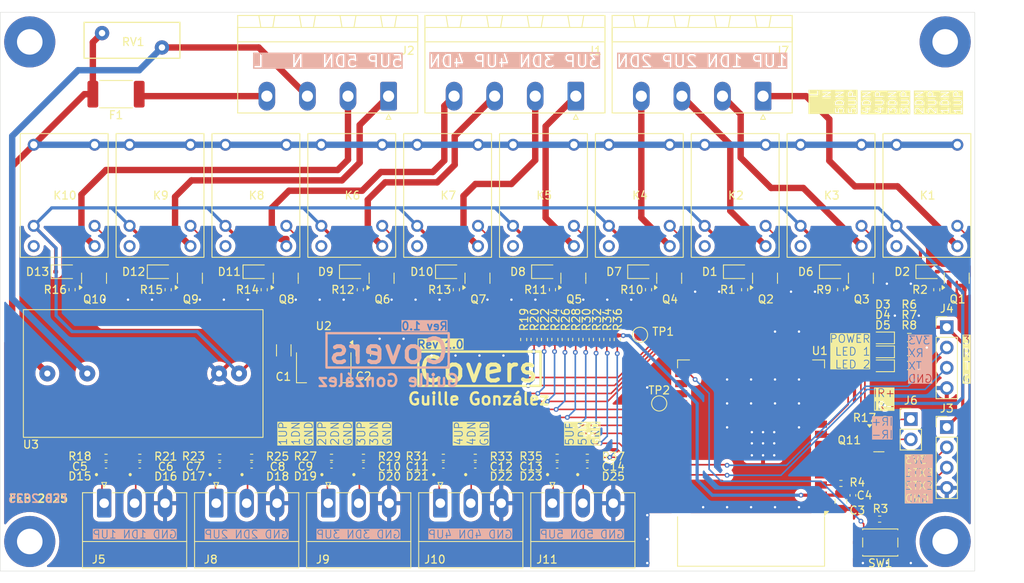
<source format=kicad_pcb>
(kicad_pcb (version 20240108) (generator "pcbnew") (generator_version "8.0")
  (layers (0 "F.Cu" signal) (31 "B.Cu" signal) (34 "B.Paste" user) (35 "F.Paste" user) (36 "B.SilkS" user "B.Silkscreen") (37 "F.SilkS" user "F.Silkscreen") (38 "B.Mask" user) (39 "F.Mask" user) (44 "Edge.Cuts" user))
  (net 0 "")
  (net 1 "GND")
  (net 2 "+5V")
  (net 3 "+3V3")
  (net 4 "/IN1_UP")
  (net 5 "/IN1_DOWN")
  (net 6 "/IN2_UP")
  (net 7 "/IN2_DOWN")
  (net 8 "/IN3_UP")
  (net 9 "/IN3_DOWN")
  (net 10 "/IN4_UP")
  (net 11 "/IN4_DOWN")
  (net 12 "/IN5_UP")
  (net 13 "/IN5_DOWN")
  (net 14 "Net-(D1-A)")
  (net 15 "Net-(D2-A)")
  (net 16 "Net-(D3-K)")
  (net 17 "Net-(D4-K)")
  (net 18 "/LED1")
  (net 19 "Net-(D5-K)")
  (net 20 "/LED2")
  (net 21 "Net-(D6-A)")
  (net 22 "Net-(D7-A)")
  (net 23 "Net-(D8-A)")
  (net 24 "Net-(D9-A)")
  (net 25 "Net-(D10-A)")
  (net 26 "Net-(D11-A)")
  (net 27 "Net-(D12-A)")
  (net 28 "Net-(D13-A)")
  (net 29 "Net-(J6-Pin_1)")
  (net 30 "Net-(J6-Pin_2)")
  (net 31 "/LF")
  (net 32 "/L")
  (net 37 "/N")
  (net 38 "/OUT1_DOWN")
  (net 39 "/OUT3_UP")
  (net 40 "/OUT2_DOWN")
  (net 41 "/OUT2_UP")
  (net 42 "/OUT4_DOWN")
  (net 43 "/OUT5_DOWN")
  (net 44 "/OUT5_UP")
  (net 45 "/OUT1_UP")
  (net 46 "/OUT4_UP")
  (net 47 "/OUT3_DOWN")
  (net 48 "/EXT2")
  (net 49 "/EXT1")
  (net 50 "/ESP_RX")
  (net 51 "/ESP_TX")
  (net 62 "Net-(Q1-Pad1)")
  (net 63 "Net-(Q2-Pad1)")
  (net 64 "Net-(Q3-Pad1)")
  (net 65 "Net-(Q4-Pad1)")
  (net 66 "Net-(Q5-Pad1)")
  (net 67 "Net-(Q6-Pad1)")
  (net 68 "Net-(Q7-Pad1)")
  (net 69 "Net-(Q8-Pad1)")
  (net 70 "Net-(Q9-Pad1)")
  (net 71 "Net-(Q10-Pad1)")
  (net 72 "/IR")
  (net 73 "/2OUT1")
  (net 74 "/1OUT1")
  (net 75 "/ESP_IO0")
  (net 76 "Net-(U1-EN)")
  (net 77 "/1OUT2")
  (net 78 "/2OUT2")
  (net 79 "/3OUT1")
  (net 80 "/4OUT1")
  (net 81 "/3OUT2")
  (net 82 "/4OUT2")
  (net 83 "/5OUT1")
  (net 84 "/5OUT2")
  (net 85 "/1IN1")
  (net 86 "/1IN2")
  (net 87 "/2IN1")
  (net 88 "/2IN2")
  (net 89 "/3IN2")
  (net 90 "/4IN1")
  (net 91 "/4IN2")
  (net 92 "/5IN1")
  (net 93 "/5IN2")
  (net 100 "/3IN1")
  (net 101 "Net-(U1-IO13)")
  (net 102 "Net-(U1-IO38)")
  (footprint "guille-lib:EZAEG2A50AX" (layer "F.Cu") (at 112.475 109.92)
    (property "Reference" "D16")
    (property "Value" "EZA-EG2A50AX" (hide yes))
  )
  (footprint "LED_SMD:LED_0603_1608Metric" (layer "F.Cu") (at 205.4625 96.29 180)
    (property "Reference" "D5")
    (property "Value" "LED")
  )
  (footprint "Package_TO_SOT_SMD:SOT-23" (layer "F.Cu") (at 166.75 85.3125 90)
    (property "Reference" "Q5")
    (property "Value" "PMBT3904235")
  )
  (footprint "Package_TO_SOT_SMD:SOT-23" (layer "F.Cu") (at 190.75 85.3125 90)
    (property "Reference" "Q2")
    (property "Value" "PMBT3904235")
  )
  (footprint "Resistor_SMD:R_0402_1005Metric" (layer "F.Cu") (at 205.1 115.5 180)
    (property "Reference" "R3")
    (property "Value" "10k")
  )
  (footprint "Resistor_SMD:R_0402_1005Metric" (layer "F.Cu") (at 163.138889 92.99 90)
    (property "Reference" "R22")
    (property "Value" "10k")
  )
  (footprint "Resistor_SMD:R_0402_1005Metric" (layer "F.Cu") (at 116.027777 86.75 90)
    (property "Reference" "R15")
    (property "Value" "1k")
  )
  (footprint "Package_TO_SOT_SMD:SOT-23" (layer "F.Cu") (at 154.75 85.3125 90)
    (property "Reference" "Q7")
    (property "Value" "PMBT3904235")
  )
  (footprint "Diode_SMD:D_SOD-323" (layer "F.Cu") (at 187.149439 84.5)
    (property "Reference" "D1")
    (property "Value" "1N4448W")
  )
  (footprint "Package_TO_SOT_SMD:SOT-23" (layer "F.Cu") (at 130.75 85.3125 90)
    (property "Reference" "Q8")
    (property "Value" "PMBT3904235")
  )
  (footprint "Package_TO_SOT_SMD:SOT-23" (layer "F.Cu") (at 205 105.5)
    (property "Reference" "Q11")
    (property "Value" "PMBT3904235")
  )
  (footprint "Resistor_SMD:R_0402_1005Metric" (layer "F.Cu") (at 164.440476 92.99 90)
    (property "Reference" "R24")
    (property "Value" "10k")
  )
  (footprint "Resistor_SMD:R_0402_1005Metric" (layer "F.Cu") (at 212.25 86.75 90)
    (property "Reference" "R2")
    (property "Value" "1k")
  )
  (footprint "guille-lib:EZAEG2A50AX" (layer "F.Cu") (at 150.475 109.92)
    (property "Reference" "D21")
    (property "Value" "EZA-EG2A50AX" (hide yes))
  )
  (footprint "Connector_Phoenix_MSTB:PhoenixContact_MSTBA_2,5_4-G-5,08_1x04_P5.08mm_Horizontal" (layer "F.Cu") (at 143.62 62.5 180)
    (property "Reference" "J2")
    (property "Value" "Screw_Terminal_01x04")
  )
  (footprint "Capacitor_SMD:C_0805_2012Metric" (layer "F.Cu") (at 200.25 113.27 -90)
    (property "Reference" "C3")
    (property "Value" "22u")
  )
  (footprint "Connector_PinHeader_2.54mm:PinHeader_1x02_P2.54mm_Vertical" (layer "F.Cu") (at 209 102.96)
    (property "Reference" "J6")
    (property "Value" "Conn_01x02_Pin")
  )
  (footprint "Capacitor_SMD:C_0402_1005Metric" (layer "F.Cu") (at 150.475 108.75)
    (property "Reference" "C11")
    (property "Value" "100n")
  )
  (footprint "guille-lib:JRC-21F(4100)" (layer "F.Cu") (at 139.000738 74.94 -90)
    (property "Reference" "K6")
    (property "Value" "JRC-21F(4100)" (hide yes))
  )
  (footprint "guille-lib:JRC-21F(4100)" (layer "F.Cu") (at 175.001476 74.94 -90)
    (property "Reference" "K4")
    (property "Value" "JRC-21F(4100)" (hide yes))
  )
  (footprint "Resistor_SMD:R_0402_1005Metric" (layer "F.Cu") (at 168.345237 92.99 90)
    (property "Reference" "R30")
    (property "Value" "10k")
  )
  (footprint "Diode_SMD:D_SOD-323" (layer "F.Cu") (at 175.166662 84.5)
    (property "Reference" "D7")
    (property "Value" "1N4448W")
  )
  (footprint "guille-lib:JRC-21F(4100)" (layer "F.Cu") (at 211.002214 74.94 -90)
    (property "Reference" "K1")
    (property "Value" "JRC-21F(4100)" (hide yes))
  )
  (footprint "Resistor_SMD:R_0402_1005Metric" (layer "F.Cu") (at 176.166662 86.75 90)
    (property "Reference" "R10")
    (property "Value" "1k")
  )
  (footprint "guille-lib:JRC-21F(4100)" (layer "F.Cu") (at 103 74.94 -90)
    (property "Reference" "K10")
    (property "Value" "JRC-21F(4100)" (hide yes))
  )
  (footprint "Resistor_SMD:R_0402_1005Metric" (layer "F.Cu") (at 150.475 107.75)
    (property "Reference" "R31")
    (property "Value" "1k")
  )
  (footprint "Resistor_SMD:R_0402_1005Metric" (layer "F.Cu") (at 167.04365 92.99 90)
    (property "Reference" "R28")
    (property "Value" "10k")
  )
  (footprint "Capacitor_SMD:C_0402_1005Metric" (layer "F.Cu") (at 136.475 108.75)
    (property "Reference" "C9")
    (property "Value" "100n")
  )
  (footprint "Diode_SMD:D_SOD-323" (layer "F.Cu") (at 211.25 84.5)
    (property "Reference" "D2")
    (property "Value" "1N4448W")
  )
  (footprint "Connector_Phoenix_MC:PhoenixContact_MC_1,5_3-G-3.81_1x03_P3.81mm_Horizontal" (layer "F.Cu") (at 136.0725 113.5)
    (property "Reference" "J9")
    (property "Value" "Screw_Terminal_01x03")
  )
  (footprint "Capacitor_SMD:C_0402_1005Metric" (layer "F.Cu") (at 122.475 108.75)
    (property "Reference" "C7")
    (property "Value" "100n")
  )
  (footprint "Resistor_SMD:R_0402_1005Metric" (layer "F.Cu") (at 169.646824 92.99 90)
    (property "Reference" "R32")
    (property "Value" "10k")
  )
  (footprint "Resistor_SMD:R_0402_1005Metric" (layer "F.Cu") (at 160.535715 92.99 90)
    (property "Reference" "R19")
    (property "Value" "10k")
  )
  (footprint "Resistor_SMD:R_0402_1005Metric" (layer "F.Cu") (at 154.475 107.75)
    (property "Reference" "R33")
    (property "Value" "1k")
  )
  (footprint "Diode_SMD:D_SOD-323" (layer "F.Cu") (at 115.027777 84.5)
    (property "Reference" "D12")
    (property "Value" "1N4448W")
  )
  (footprint "guille-lib:EZAEG2A50AX" (layer "F.Cu") (at 126.475 109.92)
    (property "Reference" "D18")
    (property "Value" "EZA-EG2A50AX" (hide yes))
  )
  (footprint "Package_TO_SOT_SMD:SOT-223-3_TabPin2" (layer "F.Cu") (at 135.5 96.5 -90)
    (property "Reference" "U2")
    (property "Value" "NCP1117-3.3_SOT223")
  )
  (footprint "Package_TO_SOT_SMD:SOT-23" (layer "F.Cu") (at 214.75 85.3125 90)
    (property "Reference" "Q1")
    (property "Value" "PMBT3904235")
  )
  (footprint "Resistor_SMD:R_0402_1005Metric" (layer "F.Cu") (at 108.25 107.75)
    (property "Reference" "R18")
    (property "Value" "1k")
  )
  (footprint "Capacitor_SMD:C_0402_1005Metric" (layer "F.Cu") (at 140.475 108.75)
    (property "Reference" "C10")
    (property "Value" "100n")
  )
  (footprint "Varistor:RV_Disc_D12mm_W4.5mm_P7.5mm" (layer "F.Cu") (at 107.75 54.6)
    (property "Reference" "RV1")
    (property "Value" "Varistor")
  )
  (footprint "Diode_SMD:D_SOD-323" (layer "F.Cu") (at 151.111108 84.5)
    (property "Reference" "D10")
    (property "Value" "1N4448W")
  )
  (footprint "Connector_Phoenix_MC:PhoenixContact_MC_1,5_3-G-3.81_1x03_P3.81mm_Horizontal" (layer "F.Cu") (at 122.04375 113.5)
    (property "Reference" "J8")
    (property "Value" "Screw_Terminal_01x03")
  )
  (footprint "Connector_Phoenix_MSTB:PhoenixContact_MSTBA_2,5_4-G-5,08_1x04_P5.08mm_Horizontal" (layer "F.Cu") (at 167.06 62.5 180)
    (property "Reference" "J1")
    (property "Value" "Screw_Terminal_01x04")
  )
  (footprint "Resistor_SMD:R_0402_1005Metric" (layer "F.Cu") (at 140.083331 86.75 90)
    (property "Reference" "R12")
    (property "Value" "1k")
  )
  (footprint "guille-lib:JRC-21F(4100)" (layer "F.Cu") (at 163.00123 74.94 -90)
    (property "Reference" "K5")
    (property "Value" "JRC-21F(4100)" (hide yes))
  )
  (footprint "Resistor_SMD:R_0402_1005Metric" (layer "F.Cu") (at 152.111108 86.75 90)
    (property "Reference" "R13")
    (property "Value" "1k")
  )
  (footprint "LED_SMD:LED_0603_1608Metric" (layer "F.Cu") (at 205.4625 94.54 180)
    (property "Reference" "D4")
    (property "Value" "LED")
  )
  (footprint "Resistor_SMD:R_0402_1005Metric" (layer "F.Cu") (at 165.742063 92.99 90)
    (property "Reference" "R26")
    (property "Value" "10k")
  )
  (footprint "TestPoint:TestPoint_Pad_D1.5mm" (layer "F.Cu") (at 175.1 92.4)
    (property "Reference" "TP1")
    (property "Value" "TestPoint")
  )
  (footprint "Resistor_SMD:R_0402_1005Metric" (layer "F.Cu") (at 200.222216 86.75 90)
    (property "Reference" "R9")
    (property "Value" "1k")
  )
  (footprint "Capacitor_SMD:C_1206_3216Metric" (layer "F.Cu") (at 140.45 94.35 90)
    (property "Reference" "C2")
    (property "Value" "10u")
  )
  (footprint "Package_TO_SOT_SMD:SOT-23" (layer "F.Cu") (at 178.75 85.3125 90)
    (property "Reference" "Q4")
    (property "Value" "PMBT3904235")
  )
  (footprint "Connector_PinHeader_2.54mm:PinHeader_1x04_P2.54mm_Vertical" (layer "F.Cu") (at 213.5 91.45)
    (property "Reference" "J4")
    (property "Value" "Conn_01x04_Pin")
  )
  (footprint "Package_TO_SOT_SMD:SOT-23" (layer "F.Cu") (at 106.75 85.3125 90)
    (property "Reference" "Q10")
    (property "Value" "PMBT3904235")
  )
  (footprint "Resistor_SMD:R_0402_1005Metric" (layer "F.Cu") (at 140.475 107.75)
    (property "Reference" "R29")
    (property "Value" "1k")
  )
  (footprint "Package_TO_SOT_SMD:SOT-23" (layer "F.Cu") (at 202.75 85.3125 90)
    (property "Reference" "Q3")
    (property "Value" "PMBT3904235")
  )
  (footprint "Capacitor_SMD:C_1206_3216Metric" (layer "F.Cu") (at 130.5 94.35 -90)
    (property "Reference" "C1")
    (property "Value" "10u")
  )
  (footprint "guille-lib:EZAEG2A50AX" (layer "F.Cu") (at 168.5 109.92)
    (property "Reference" "D25")
    (property "Value" "EZA-EG2A50AX" (hide yes))
  )
  (footprint "Resistor_SMD:R_0402_1005Metric" (layer "F.Cu") (at 188.194439 86.75 90)
    (property "Reference" "R1")
    (property "Value" "1k")
  )
  (footprint "Capacitor_SMD:C_0402_1005Metric" (layer "F.Cu") (at 201.75 112.52 -90)
    (property "Reference" "C4")
    (property "Value" "100n")
  )
  (footprint "guille-lib:EZAEG2A50AX" (layer "F.Cu") (at 122.475 109.92)
    (property "Reference" "D17")
    (property "Value" "EZA-EG2A50AX" (hide yes))
  )
  (footprint "Resistor_SMD:R_0402_1005Metric" (layer "F.Cu") (at 200.25 111.02)
    (property "Reference" "R4")
    (property "Value" "10k")
  )
  (footprint "Resistor_SMD:R_0402_1005Metric" (layer "F.Cu") (at 161.837302 92.99 90)
    (property "Reference" "R20")
    (property "Value" "10k")
  )
  (footprint "guille-lib:EZAEG2A50AX" (layer "F.Cu") (at 136.475 109.92)
    (property "Reference" "D19")
    (property "Value" "EZA-EG2A50AX" (hide yes))
  )
  (footprint "Resistor_SMD:R_0603_1608Metric" (layer "F.Cu") (at 208.8175 94.5)
    (property "Reference" "R7")
    (property "Value" "1k")
  )
  (footprint "Resistor_SMD:R_0402_1005Metric" (layer "F.Cu") (at 122.475 107.75)
    (property "Reference" "R23")
    (property "Value" "1k")
  )
  (footprint "guille-lib:JRC-21F(4100)" (layer "F.Cu") (at 151.000984 74.94 -90)
    (property "Reference" "K7")
    (property "Value" "JRC-21F(4100)" (hide yes))
  )
  (footprint "Package_TO_SOT_SMD:SOT-23" (layer "F.Cu") (at 118.75 85.3125 90)
    (property "Reference" "Q9")
    (property "Value" "PMBT3904235")
  )
  (footprint "guille-lib:EZAEG2A50AX" (layer "F.Cu") (at 154.475 109.92)
    (property "Reference" "D22")
    (property "Value" "EZA-EG2A50AX" (hide yes))
  )
  (footprint "Resistor_SMD:R_0402_1005Metric" (layer "F.Cu") (at 136.475 107.75)
    (property "Reference" "R27")
    (property "Value" "1k")
  )
  (footprint "Diode_SMD:D_SOD-323" (layer "F.Cu") (at 139.083331 84.5)
    (property "Reference" "D9")
    (property "Value" "1N4448W")
  )
  (footprint "Resistor_SMD:R_0402_1005Metric" (layer "F.Cu") (at 164.725 107.75)
    (property "Reference" "R35")
    (property "Value" "1k")
  )
  (footprint "guille-lib:SW_SPST_PTS810" (layer "F.Cu") (at 205.175 118.425 180)
    (property "Reference" "SW1")
    (property "Value" "SW_Push")
  )
  (footprint "Resistor_SMD:R_0402_1005Metric" (layer "F.Cu") (at 128.055554 86.75 90)
    (property "Reference" "R14")
    (property "Value" "1k")
  )
  (footprint "guille-lib:EZAEG2A50AX" (layer "F.Cu") (at 108.25 109.92)
    (property "Reference" "D15")
    (property "Value" "EZA-EG2A50AX" (hide yes))
  )
  (footprint "Connector_Phoenix_MC:PhoenixContact_MC_1,5_3-G-3.81_1x03_P3.81mm_Horizontal" (layer "F.Cu") (at 164.13 113.5)
    (property "Reference" "J11")
    (property "Value" "Screw_Terminal_01x03")
  )
  (footprint "Resistor_SMD:R_0402_1005Metric" (layer "F.Cu") (at 170.948411 92.99 90)
    (property "Reference" "R34")
    (property "Value" "10k")
  )
  (footprint "guille-lib:Fuse_2512_6332Metric" (layer "F.Cu") (at 109.5 62.25 180)
    (property "Reference" "F1")
    (property "Value" "Fuse")
  )
  (footprint "Capacitor_SMD:C_0402_1005Metric" (layer "F.Cu") (at 126.475 108.75)
    (property "Reference" "C8")
    (property "Value" "100n")
  )
  (footprint "TestPoint:TestPoint_Pad_D1.5mm" (layer "F.Cu") (at 177.5 101)
    (property "Reference" "TP2")
    (property "Value" "TestPoint")
  )
  (footprint "Resistor_SMD:R_0402_1005Metric" (layer "F.Cu") (at 205.75 103)
    (property "Reference" "R17")
    (property "Value" "1k")
  )
  (footprint "Resistor_SMD:R_0603_1608Metric" (layer "F.Cu") (at 208.8175 96.25)
    (property "Reference" "R8")
    (property "Value" "1k")
  )
  (footprint "Resistor_SMD:R_0402_1005Metric" (layer "F.Cu") (at 112.475 107.75)
    (property "Reference" "R21")
    (property "Value" "1k")
  )
  (footprint "Resistor_SMD:R_0402_1005Metric" (layer "F.Cu") (at 168.5 107.75)
    (property "Reference" "R37")
    (property "Value" "1k")
  )
  (footprint "Connector_Phoenix_MC:PhoenixContact_MC_1,5_3-G-3.81_1x03_P3.81mm_Horizontal" (layer "F.Cu") (at 150.10125 113.5)
    (property "Reference" "J10")
    (property "Value" "Screw_Terminal_01x03")
  )
  (footprint "MountingHole:MountingHole_3.2mm_M3_Pad" (layer "F.Cu") (at 213.3 55.7)
    (property "Reference" "H1" (hide yes))
    (property "Value" "~")
  )
  (footprint "MountingHole:MountingHole_3.2mm_M3_Pad" (layer "F.Cu") (at 98.7 118.3)
    (property "Reference" "H4" (hide yes))
    (property "Value" "~")
  )
  (footprint "guille-lib:JRC-21F(4100)" (layer "F.Cu") (at 187.001722 74.94 -90)
    (property "Reference" "K2")
    (property "Value" "JRC-21F(4100)" (hide yes))
  )
  (footprint "Resistor_SMD:R_0402_1005Metric" (layer "F.Cu") (at 104 86.75 90)
    (property "Reference" "R16")
    (property "Value" "1k")
  )
  (footprint "Capacitor_SMD:C_0402_1005Metric" (layer "F.Cu") (at 168.5 108.75)
    (property "Reference" "C14")
    (property "Value" "100n")
  )
  (footprint "guille-lib:HLK-2M05" (layer "F.Cu") (at 113 97.25)
    (property "Reference" "U3")
    (property "Value" "HLK-2M05")
  )
  (footprint "Resistor_SMD:R_0603_1608Metric" (layer "F.Cu") (at 208.8175 92.75)
    (property "Reference" "R6")
    (property "Value" "1k")
  )
  (footprint "Diode_SMD:D_SOD-323" (layer "F.Cu") (at 199.177216 84.5)
    (property "Reference" "D6")
    (property "Value" "1N4448W")
  )
  (footprint "Connector_Phoenix_MSTB:PhoenixContact_MSTBA_2,5_4-G-5,08_1x04_P5.08mm_Horizontal" (layer "F.Cu") (at 190.5 62.5 180)
    (property "Reference" "J7")
    (property "Value" "Screw_Terminal_01x04")
  )
  (footprint "guille-lib:JRC-21F(4100)" (layer "F.Cu") (at 115.000246 74.94 -90)
    (property "Reference" "K9")
    (property "Value" "JRC-21F(4100)" (hide yes))
  )
  (footprint "Connector_PinHeader_2.54mm:PinHeader_1x04_P2.54mm_Vertical" (layer "F.Cu") (at 213.5 103.96)
    (property "Reference" "J3")
    (property "Value" "Conn_01x04_Pin")
  )
  (footprint "guille-lib:ESP32-S3-WROOM-1" (layer "F.Cu") (at 189 108.5 180)
    (property "Reference" "U1")
    (property "Value" "ESP32-S3-WROOM-1")
  )
  (footprint "guille-lib:EZAEG2A50AX" (layer "F.Cu") (at 164.725 109.92)
    (property "Reference" "D23")
    (property "Value" "EZA-EG2A50AX" (hide yes))
  )
  (footprint "Capacitor_SMD:C_0402_1005Metric" (layer "F.Cu") (at 108.25 108.75)
    (property "Reference" "C5")
    (property "Value" "100n")
  )
  (footprint "guille-lib:JRC-21F(4100)" (layer "F.Cu") (at 199.001968 74.94 -90)
    (property "Reference" "K3")
    (property "Value" "JRC-21F(4100)" (hide yes))
  )
  (footprint "Capacitor_SMD:C_0402_1005Metric" (layer "F.Cu") (at 112.475 108.75)
    (property "Reference" "C6")
    (property "Value" "100n")
  )
  (footprint "MountingHole:MountingHole_3.2mm_M3_Pad" (layer "F.Cu") (at 213.3 118.3)
    (property "Reference" "H2" (hide yes))
    (property "Value" "~")
  )
  (footprint "Resistor_SMD:R_0402_1005Metric" (layer "F.Cu") (at 172.25 92.99 90)
    (property "Reference" "R36")
    (property "Value" "10k")
  )
  (footprint "Connector_Phoenix_MC:PhoenixContact_MC_1,5_3-G-3.81_1x03_P3.81mm_Horizontal" (layer "F.Cu") (at 108.015 113.5)
    (property "Reference" "J5")
    (property "Value" "Screw_Terminal_01x03")
  )
  (footprint "guille-lib:EZAEG2A50AX" (layer "F.Cu") (at 140.475 109.92)
    (property "Reference" "D20")
    (property "Value" "EZA-EG2A50AX" (hide yes))
  )
  (footprint "Resistor_SMD:R_0402_1005Metric" (layer "F.Cu") (at 126.475 107.75)
    (property "Reference" "R25")
    (property "Value" "1k")
  )
  (footprint "MountingHole:MountingHole_3.2mm_M3_Pad" (layer "F.Cu") (at 98.7 55.7)
    (property "Reference" "H3" (hide yes))
    (property "Value" "~")
  )
  (footprint "Diode_SMD:D_SOD-323" (layer "F.Cu") (at 103 84.5)
    (property "Reference" "D13")
    (property "Value" "1N4448W")
  )
  (footprint "Diode_SMD:D_SOD-323" (layer "F.Cu") (at 163.138885 84.5)
    (property "Reference" "D8")
    (property "Value" "1N4448W")
  )
  (footprint "Resistor_SMD:R_0402_1005Metric" (layer "F.Cu") (at 164.138885 86.75 90)
    (property "Reference" "R11")
    (property "Value" "1k")
  )
  (footprint "Capacitor_SMD:C_0402_1005Metric" (layer "F.Cu") (at 154.475 108.75)
    (property "Reference" "C12")
    (property "Value" "100n")
  )
  (footprint "LED_SMD:LED_0603_1608Metric" (layer "F.Cu") (at 205.4625 92.79 180)
    (property "Reference" "D3")
    (property "Value" "LED")
  )
  (footprint "Diode_SMD:D_SOD-323" (layer "F.Cu") (at 127.010554 84.5)
    (property "Reference" "D11")
    (property "Value" "1N4448W")
  )
  (footprint "Package_TO_SOT_SMD:SOT-23" (layer "F.Cu") (at 142.75 85.3125 90)
    (property "Reference" "Q6")
    (property "Value" "PMBT3904235")
  )
  (footprint "Capacitor_SMD:C_0402_1005Metric" (layer "F.Cu") (at 164.725 108.75)
    (property "Reference" "C13")
    (property "Value" "100n")
  )
  (footprint "guille-lib:JRC-21F(4100)" (layer "F.Cu") (at 127.000492 74.94 -90)
    (property "Reference" "K8")
    (property "Value" "JRC-21F(4100)" (hide yes))
  )
  (gr_rect (start 135.85 92.2) (end 151.15 96.5) (stroke (width 0.3)) (fill none) (layer "B.SilkS"))
  (gr_rect (start 147.35 94.5) (end 162.65 98.8) (stroke (width 0.3)) (fill none) (layer "F.SilkS"))
  (gr_rect (start 95 52) (end 217 122) (stroke (width 0.05)) (fill none) (layer "Edge.Cuts"))
  (gr_text "5UP 5DN  N   L " (at 125.5 59 0) (layer "B.SilkS" knockout) (effects (font (size 1.5 1.5) (thickness 0.2)) (justify right bottom mirror)))
  (gr_text "IR+\nIR-" (at 204 105.5 -0) (layer "B.SilkS" knockout) (effects (font (size 1 1) (thickness 0.1)) (justify right bottom mirror)))
  (gr_text "3V3\nEXT1\nEXT2\nGND" (at 208.2 113.5 -0) (layer "B.SilkS" knockout) (effects (font (size 1 1) (thickness 0.1)) (justify right bottom mirror)))
  (gr_text "3UP 3DN 4UP 4DN" (at 148.5 59 0) (layer "B.SilkS" knockout) (effects (font (size 1.5 1.5) (thickness 0.2)) (justify right bottom mirror)))
  (gr_text "GND 2DN 2UP" (at 120.5 118 0) (layer "B.SilkS" knockout) (effects (font (size 1 1) (thickness 0.1)) (justify right bottom mirror)))
  (gr_text "1UP 1DN 2UP 2DN" (at 172 59 0) (layer "B.SilkS" knockout) (effects (font (size 1.5 1.5) (thickness 0.2)) (justify right bottom mirror)))
  (gr_text "GND 5DN 5UP" (at 162.5 118 0) (layer "B.SilkS" knockout) (effects (font (size 1 1) (thickness 0.1)) (justify right bottom mirror)))
  (gr_text "Guille González" (at 152.621428 99.0175 -0) (layer "B.SilkS") (effects (font (size 1.5 1.5) (thickness 0.3)) (justify left bottom mirror)))
  (gr_text "GND 4DN 4UP" (at 148.5 118 0) (layer "B.SilkS" knockout) (effects (font (size 1 1) (thickness 0.1)) (justify right bottom mirror)))
  (gr_text "3V3\nRX\nTX\nGND" (at 208.6 98.5 0) (layer "B.SilkS" knockout) (effects (font (size 1 1) (thickness 0.1)) (justify right bottom mirror)))
  (gr_text "FEB 2025" (at 103.5 113.5 -0) (layer "B.SilkS") (effects (font (size 1 1) (thickness 0.2) (bold yes)) (justify left bottom mirror)))
  (gr_text "GND 3DN 3UP" (at 134.5 118 0) (layer "B.SilkS" knockout) (effects (font (size 1 1) (thickness 0.1)) (justify right bottom mirror)))
  (gr_text "Covers" (at 151.378571 96.2175 -0) (layer "B.SilkS") (effects (font (size 3 3) (thickness 0.5) (bold yes)) (justify left bottom mirror)))
  (gr_text "Rev 1.0" (at 151.15 91.9 0) (layer "B.SilkS" knockout) (effects (font (size 1 1) (thickness 0.2) (bold yes)) (justify left bottom mirror)))
  (gr_text "GND 1DN 1UP" (at 106.5 118 0) (layer "B.SilkS" knockout) (effects (font (size 1 1) (thickness 0.1)) (justify right bottom mirror)))
  (gr_text "5UP\n5DN\nGND" (at 170.1 103.2 90) (layer "F.SilkS" knockout) (effects (font (size 1 1) (thickness 0.1)) (justify right bottom)))
  (gr_text "4UP\n4DN\nGND" (at 156.2 103.2 90) (layer "F.SilkS" knockout) (effects (font (size 1 1) (thickness 0.1)) (justify right bottom)))
  (gr_text "POWER\nLED 1\nLED 2" (at 204 96.7 0) (layer "F.SilkS" knockout) (effects (font (size 1 1) (thickness 0.1)) (justify right bottom)))
  (gr_text "3V3\nEXT1\nEXT2\nGND" (at 211.8 113.5 0) (layer "F.SilkS" knockout) (effects (font (size 1 1) (thickness 0.1)) (justify right bottom)))
  (gr_text "1UP\n1DN\nGND" (at 134.2 103.2 90) (layer "F.SilkS" knockout) (effects (font (size 1 1) (thickness 0.1)) (justify right bottom)))
  (gr_text "2DN\n2UP\n1DN\n1UP" (at 215.5 61.7 90) (layer "F.SilkS" knockout) (effects (font (size 1 1) (thickness 0.1)) (justify right bottom)))
  (gr_text "IR+\nIR-" (at 207.1 101.9 0) (layer "F.SilkS" knockout) (effects (font (size 1 1) (thickness 0.1)) (justify right bottom)))
  (gr_text "3\nR\nT\nG" (at 216.5 98.5 0) (layer "F.SilkS" knockout) (effects (font (size 1 1) (thickness 0.1)) (justify right bottom)))
  (gr_text "2UP\n2DN\nGND" (at 139.1 103.2 90) (layer "F.SilkS" knockout) (effects (font (size 1 1) (thickness 0.1)) (justify right bottom)))
  (gr_text "3UP\n3DN\nGND" (at 144 103.2 90) (layer "F.SilkS" knockout) (effects (font (size 1 1) (thickness 0.1)) (justify right bottom)))
  (gr_text "4DN\n4UP\n3DN\n3UP" (at 208.9 61.7 90) (layer "F.SilkS" knockout) (effects (font (size 1 1) (thickness 0.1)) (justify right bottom)))
  (gr_text "Rev 1.0" (at 147.1 94.2 0) (layer "F.SilkS" knockout) (effects (font (size 1 1) (thickness 0.2) (bold yes)) (justify left bottom)))
  (gr_text "L\nN\n5DN\n5UP" (at 202.3 61.7 90) (layer "F.SilkS" knockout) (effects (font (size 1 1) (thickness 0.1)) (justify right bottom)))
  (gr_text "FEB 2025" (at 96 113.5 0) (layer "F.SilkS") (effects (font (size 1 1) (thickness 0.2) (bold yes)) (justify left bottom)))
  (gr_text "Guille González" (at 145.878572 101.3175 0) (layer "F.SilkS") (effects (font (size 1.5 1.5) (thickness 0.3)) (justify left bottom)))
  (gr_text "Covers" (at 147.121429 98.5175 0) (layer "F.SilkS") (effects (font (size 3 3) (thickness 0.5) (bold yes)) (justify left bottom)))
  (segment (start 200.25 114.22) (end 198.21 114.22) (width 0.4) (layer "F.Cu") (net 1))
  (segment (start 138.275 92.875) (end 140.45 92.875) (width 0.4) (layer "F.Cu") (net 1))
  (segment (start 198.21 114.22) (end 197.75 113.76) (width 0.4) (layer "F.Cu") (net 1))
  (segment (start 137.8 93.35) (end 138.275 92.875) (width 0.4) (layer "F.Cu") (net 1))
  (via (at 158 95) (size 0.6) (drill 0.3) (layers "F.Cu" "B.Cu") (net 1))
  (via (at 176 115) (size 0.6) (drill 0.3) (layers "F.Cu" "B.Cu") (net 1))
  (via (at 189.1 106) (size 0.6) (drill 0.3) (layers "F.Cu" "B.Cu") (net 1))
  (via (at 195 104) (size 0.6) (drill 0.3) (layers "F.Cu" "B.Cu") (net 1))
  (via (at 120 88) (size 0.6) (drill 0.3) (layers "F.Cu" "B.Cu") (net 1))
  (via (at 210 90) (size 0.6) (drill 0.3) (layers "F.Cu" "B.Cu") (net 1))
  (via (at 149 95) (size 0.6) (drill 0.3) (layers "F.Cu" "B.Cu") (net 1))
  (via (at 174 88) (size 0.6) (drill 0.3) (layers "F.Cu" "B.Cu") (net 1))
  (via (at 132 88) (size 0.6) (drill 0.3) (layers "F.Cu" "B.Cu") (net 1))
  (via (at 192 92) (size 0.6) (drill 0.3) (layers "F.Cu" "B.Cu") (net 1))
  (via (at 186 114) (size 0.6) (drill 0.3) (layers "F.Cu" "B.Cu") (net 1))
  (via (at 195 114) (size 0.6) (drill 0.3) (layers "F.Cu" "B.Cu") (net 1))
  (via (at 191.9 104.6) (size 0.6) (drill 0.3) (layers "F.Cu" "B.Cu") (net 1))
  (via (at 126 88) (size 0.6) (drill 0.3) (layers "F.Cu" "B.Cu") (net 1))
  (via (at 186 101) (size 0.6) (drill 0.3) (layers "F.Cu" "B.Cu") (net 1))
  (via (at 114 88) (size 0.6) (drill 0.3) (layers "F.Cu" "B.Cu") (net 1))
  (via (at 194 87) (size 0.6) (drill 0.3) (layers "F.Cu" "B.Cu") (net 1))
  (via (at 186 104) (size 0.6) (drill 0.3) (layers "F.Cu" "B.Cu") (net 1))
  (via (at 192 101) (size 0.6) (drill 0.3) (layers "F.Cu" "B.Cu") (net 1))
  (via (at 195 92) (size 0.6) (drill 0.3) (layers "F.Cu" "B.Cu") (net 1))
  (via (at 144 88) (size 0.6) (drill 0.3) (layers "F.Cu" "B.Cu") (net 1))
  (via (at 191.9 107.5) (size 0.6) (drill 0.3) (layers "F.Cu" "B.Cu") (net 1))
  (via (at 190.5 104.6) (size 0.6) (drill 0.3) (layers "F.Cu" "B.Cu") (net 1))
  (via (at 155 95) (size 0.6) (drill 0.3) (layers "F.Cu" "B.Cu") (net 1))
  (via (at 189 101) (size 0.6) (drill 0.3) (layers "F.Cu" "B.Cu") (net 1))
  (via (at 189.1 104.6) (size 0.6) (drill 0.3) (layers "F.Cu" "B.Cu") (net 1))
  (via (at 176 118) (size 0.6) (drill 0.3) (layers "F.Cu" "B.Cu") (net 1))
  (via (at 203 121) (size 0.6) (drill 0.3) (layers "F.Cu" "B.Cu") (net 1))
  (via (at 123 88) (size 0.6) (drill 0.3) (layers "F.Cu" "B.Cu") (net 1))
  (via (at 138 88) (size 0.6) (drill 0.3) (layers "F.Cu" "B.Cu") (net 1))
  (via (at 192 114) (size 0.6) (drill 0.3) (layers "F.Cu" "B.Cu") (net 1))
  (via (at 189 98) (size 0.6) (drill 0.3) (layers "F.Cu" "B.Cu") (net 1))
  (via (at 147 88) (size 0.6) (drill 0.3) (layers "F.Cu" "B.Cu") (net 1))
  (via (at 185 87) (size 0.6) (drill 0.3) (layers "F.Cu" "B.Cu") (net 1))
  (via (at 192 98) (size 0.6) (drill 0.3) (layers "F.Cu" "B.Cu") (net 1))
  (via (at 211 94) (size 0.6) (drill 0.3) (layers "F.Cu" "B.Cu") (net 1))
  (via (at 197 87) (size 0.6) (drill 0.3) (layers "F.Cu" "B.Cu") (net 1))
  (via (at 195 98) (size 0.6) (drill 0.3) (layers "F.Cu" "B.Cu") (net 1))
  (via (at 186 98) (size 0.6) (drill 0.3) (layers "F.Cu" "B.Cu") (net 1))
  (via (at 176 99) (size 0.6) (drill 0.3) (layers "F.Cu" "B.Cu") (net 1))
  (via (at 171 88) (size 0.6) (drill 0.3) (layers "F.Cu" "B.Cu") (net 1))
  (via (at 209 121) (size 0.6) (drill 0.3) (layers "F.Cu" "B.Cu") (net 1))
  (via (at 135 88) (size 0.6) (drill 0.3) (layers "F.Cu" "B.Cu") (net 1))
  (via (at 145.5 92.9) (size 0.6) (drill 0.3) (layers "F.Cu" "B.Cu") (net 1))
  (via (at 159 88) (size 0.6) (drill 0.3) (layers "F.Cu" "B.Cu") (net 1))
  (via (at 189.1 107.5) (size 0.6) (drill 0.3) (layers "F.Cu" "B.Cu") (net 1))
  (via (at 195 101) (size 0.6) (drill 0.3) (layers "F.Cu" "B.Cu") (net 1))
  (via (at 189 114) (size 0.6) (drill 0.3) (layers "F.Cu" "B.Cu") (net 1))
  (via (at 182 87) (size 0.6) (drill 0.3) (layers "F.Cu" "B.Cu") (net 1))
  (via (at 168 88) (size 0.6) (drill 0.3) (layers "F.Cu" "B.Cu") (net 1))
  (via (at 207 90) (size 0.6) (drill 0.3) (layers "F.Cu" "B.Cu") (net 1))
  (via (at 150 88) (size 0.6) (drill 0.3) (layers "F.Cu" "B.Cu") (net 1))
  (via (at 190.5 106) (size 0.6) (drill 0.3) (layers "F.Cu" "B.Cu") (net 1))
  (via (at 206 121) (size 0.6) (drill 0.3) (layers "F.Cu" "B.Cu") (net 1))
  (via (at 206 86) (size 0.6) (drill 0.3) (layers "F.Cu" "B.Cu") (net 1))
  (via (at 209 86) (size 0.6) (drill 0.3) (layers "F.Cu" "B.Cu") (net 1))
  (via (at 156 88) (size 0.6) (drill 0.3) (layers "F.Cu" "B.Cu") (net 1))
  (via (at 142.5 92.9) (size 0.6) (drill 0.3) (layers "F.Cu" "B.Cu") (net 1))
  (via (at 191.9 106) (size 0.6) (drill 0.3) (layers "F.Cu" "B.Cu") (net 1))
  (via (at 152 95) (size 0.6) (drill 0.3) (layers "F.Cu" "B.Cu") (net 1))
  (via (at 111 88) (size 0.6) (drill 0.3) (layers "F.Cu" "B.Cu") (net 1))
  (via (at 108 88) (size 0.6) (drill 0.3) (layers "F.Cu" "B.Cu") (net 1))
  (via (at 176 121) (size 0.6) (drill 0.3) (layers "F.Cu" "B.Cu") (net 1))
  (via (at 190.5 107.5) (size 0.6) (drill 0.3) (layers "F.Cu" "B.Cu") (net 1))
  (via (at 162 88) (size 0.6) (drill 0.3) (layers "F.Cu" "B.Cu") (net 1))
  (via (at 183 114) (size 0.6) (drill 0.3) (layers "F.Cu" "B.Cu") (net 1))
  (segment (start 198.127216 84.5) (end 198.127216 81.675248) (width 0.4) (layer "F.Cu") (net 2))
  (segment (start 162.088885 81.637655) (end 159.20123 78.75) (width 0.4) (layer "F.Cu") (net 2))
  (segment (start 113.977777 84.5) (end 113.977777 81.527531) (width 0.4) (layer "F.Cu") (net 2))
  (segment (start 132.725 92.875) (end 133.2 93.35) (width 0.4) (layer "F.Cu") (net 2))
  (segment (start 150.061108 81.610124) (end 147.200984 78.75) (width 0.4) (layer "F.Cu") (net 2))
  (segment (start 138.033331 81.582593) (end 135.200738 78.75) (width 0.4) (layer "F.Cu") (net 2))
  (segment (start 205.24 101.76) (end 205.24 103) (width 0.4) (layer "F.Cu") (net 2))
  (segment (start 129.275 92.875) (end 124.9 97.25) (width 0.4) (layer "F.Cu") (net 2))
  (segment (start 174.116662 81.665186) (end 171.201476 78.75) (width 0.4) (layer "F.Cu") (net 2))
  (segment (start 125.960554 81.510062) (end 123.200492 78.75) (width 0.4) (layer "F.Cu") (net 2))
  (segment (start 174.116662 84.5) (end 174.116662 81.665186) (width 0.4) (layer "F.Cu") (net 2))
  (segment (start 210.2 81.747786) (end 207.202214 78.75) (width 0.4) (layer "F.Cu") (net 2))
  (segment (start 198.127216 81.675248) (end 195.201968 78.75) (width 0.4) (layer "F.Cu") (net 2))
  (segment (start 113.977777 81.527531) (end 111.200246 78.75) (width 0.4) (layer "F.Cu") (net 2))
  (segment (start 162.088885 84.5) (end 162.088885 81.637655) (width 0.4) (layer "F.Cu") (net 2))
  (segment (start 130.5 92.875) (end 132.725 92.875) (width 0.4) (layer "F.Cu") (net 2))
  (segment (start 186.099439 84.5) (end 186.099439 81.647717) (width 0.4) (layer "F.Cu") (net 2))
  (segment (start 125.960554 84.5) (end 125.960554 81.510062) (width 0.4) (layer "F.Cu") (net 2))
  (segment (start 210.2 84.5) (end 210.2 81.747786) (width 0.4) (layer "F.Cu") (net 2))
  (segment (start 101.95 81.5) (end 99.2 78.75) (width 0.4) (layer "F.Cu") (net 2))
  (segment (start 186.099439 81.647717) (end 183.201722 78.75) (width 0.4) (layer "F.Cu") (net 2))
  (segment (start 130.5 92.875) (end 129.275 92.875) (width 0.4) (layer "F.Cu") (net 2))
  (segment (start 205.75 101.25) (end 205.24 101.76) (width 0.4) (layer "F.Cu") (net 2))
  (segment (start 101.95 84.5) (end 101.95 81.5) (width 0.4) (layer "F.Cu") (net 2))
  (segment (start 150.061108 84.5) (end 150.061108 81.610124) (width 0.4) (layer "F.Cu") (net 2))
  (segment (start 138.033331 84.5) (end 138.033331 81.582593) (width 0.4) (layer "F.Cu") (net 2))
  (via (at 205.75 101.25) (size 0.6) (drill 0.3) (layers "F.Cu" "B.Cu") (net 2))
  (segment (start 157 76.54877) (end 157 76.5) (width 0.4) (layer "B.Cu") (net 2))
  (segment (start 119.65 92) (end 124.9 97.25) (width 0.4) (layer "B.Cu") (net 2))
  (segment (start 169 76.548524) (end 169 76.5) (width 0.4) (layer "B.Cu") (net 2))
  (segment (start 204.952214 76.5) (end 207.202214 78.75) (width 0.4) (layer "B.Cu") (net 2))
  (segment (start 102 90) (end 104 92) (width 0.4) (layer "B.Cu") (net 2))
  (segment (start 135.200738 78.75) (end 133 76.549262) (width 0.4) (layer "B.Cu") (net 2))
  (segment (start 181 76.548278) (end 181 76.5) (width 0.4) (layer "B.Cu") (net 2))
  (segment (start 207.202214 78.75) (end 215.5 87.047786) (width 0.4) (layer "B.Cu") (net 2))
  (segment (start 101.45 76.5) (end 109 76.5) (width 0.4) (layer "B.Cu") (net 2))
  (segment (start 133 76.549262) (end 133 76.5) (width 0.4) (layer "B.Cu") (net 2))
  (segment (start 123.200492 78.75) (end 121 76.549508) (width 0.4) (layer "B.Cu") (net 2))
  (segment (start 147.200984 78.75) (end 145 76.549016) (width 0.4) (layer "B.Cu") (net 2))
  (segment (start 99.2 78.75) (end 102 81.55) (width 0.4) (layer "B.Cu") (net 2))
  (segment (start 121 76.549508) (end 121 76.5) (width 0.4) (layer "B.Cu") (net 2))
  (segment (start 102 81.55) (end 102 90) (width 0.4) (layer "B.Cu") (net 2))
  (segment (start 171.201476 78.75) (end 169 76.548524) (width 0.4) (layer "B.Cu") (net 2))
  (segment (start 157 76.5) (end 169 76.5) (width 0.4) (layer "B.Cu") (net 2))
  (segment (start 211.75 101) (end 206 101) (width 0.4) (layer "B.Cu") (net 2))
  (segment (start 206 101) (end 205.75 101.25) (width 0.4) (layer "B.Cu") (net 2))
  (segment (start 145 76.5) (end 157 76.5) (width 0.4) (layer "B.Cu") (net 2))
  (segment (start 214.75 101) (end 211.75 101) (width 0.4) (layer "B.Cu") (net 2))
  (segment (start 145 76.549016) (end 145 76.5) (width 0.4) (layer "B.Cu") (net 2))
  (segment (start 193 76.5) (end 204.952214 76.5) (width 0.4) (layer "B.Cu") (net 2))
  (segment (start 109 76.5) (end 121 76.5) (width 0.4) (layer "B.Cu") (net 2))
  (segment (start 111.200246 78.75) (end 109 76.549754) (width 0.4) (layer "B.Cu") (net 2))
  (segment (start 169 76.5) (end 181 76.5) (width 0.4) (layer "B.Cu") (net 2))
  (segment (start 195.201968 78.75) (end 193 76.548032) (width 0.4) (layer "B.Cu") (net 2))
  (segment (start 109 76.549754) (end 109 76.5) (width 0.4) (layer "B.Cu") (net 2))
  (segment (start 215.5 87.047786) (end 215.5 100.25) (width 0.4) (layer "B.Cu") (net 2))
  (segment (start 215.5 100.25) (end 214.75 101) (width 0.4) (layer "B.Cu") (net 2))
  (segment (start 99.2 78.75) (end 101.45 76.5) (width 0.4) (layer "B.Cu") (net 2))
  (segment (start 133 76.5) (end 145 76.5) (width 0.4) (layer "B.Cu") (net 2))
  (segment (start 104 92) (end 119.65 92) (width 0.4) (layer "B.Cu") (net 2))
  (segment (start 181 76.5) (end 193 76.5) (width 0.4) (layer "B.Cu") (net 2))
  (segment (start 121 76.5) (end 133 76.5) (width 0.4) (layer "B.Cu") (net 2))
  (segment (start 183.201722 78.75) (end 181 76.548278) (width 0.4) (layer "B.Cu") (net 2))
  (segment (start 159.20123 78.75) (end 157 76.54877) (width 0.4) (layer "B.Cu") (net 2))
  (segment (start 204.59 115.25) (end 204.59 115.5) (width 0.4) (layer "F.Cu") (net 3))
  (segment (start 215.5 93.45) (end 215.5 101.96) (width 0.4) (layer "F.Cu") (net 3))
  (segment (start 200.76 111.81) (end 200.25 112.32) (width 0.4) (layer "F.Cu") (net 3))
  (segment (start 200.08 112.49) (end 200.25 112.32) (width 0.4) (layer "F.Cu") (net 3))
  (segment (start 197.75 112.49) (end 200.08 112.49) (width 0.4) (layer "F.Cu") (net 3))
  (segment (start 203.88 112.04) (end 201.75 112.04) (width 0.4) (layer "F.Cu") (net 3))
  (segment (start 172.25 92.48) (end 172.98 92.48) (width 0.4) (layer "F.Cu") (net 3))
  (segment (start 172.25 92.48) (end 160.535715 92.48) (width 0.4) (layer "F.Cu") (net 3))
  (segment (start 140.45 95.825) (end 144.775 95.825) (width 0.4) (layer "F.Cu") (net 3))
  (segment (start 205.84 114) (end 203.88 112.04) (width 0.4) (layer "F.Cu") (net 3))
  (segment (start 200.76 111.02) (end 200.76 111.81) (width 0.4) (layer "F.Cu") (net 3))
  (segment (start 213.5 91.45) (end 215.5 93.45) (width 0.4) (layer "F.Cu") (net 3))
  (segment (start 139.325 95.825) (end 135.5 99.65) (width 0.4) (layer "F.Cu") (net 3))
  (segment (start 135.5 93.35) (end 135.5 99.65) (width 0.4) (layer "F.Cu") (net 3))
  (segment (start 201.75 112.04) (end 200.53 112.04) (width 0.4) (layer "F.Cu") (net 3))
  (segment (start 172.98 92.48) (end 173 92.5) (width 0.4) (layer "F.Cu") (net 3))
  (segment (start 200.53 112.04) (end 200.25 112.32) (width 0.4) (layer "F.Cu") (net 3))
  (segment (start 148.12 92.48) (end 160.535715 92.48) (width 0.4) (layer "F.Cu") (net 3))
  (segment (start 204.675 92.79) (end 206.015 91.45) (width 0.4) (layer "F.Cu") (net 3))
  (segment (start 197.74 112.5) (end 197.75 112.49) (width 0.4) (layer "F.Cu") (net 3))
  (segment (start 215.5 112.5) (end 214 114) (width 0.4) (layer "F.Cu") (net 3))
  (segment (start 140.45 95.825) (end 139.325 95.825) (width 0.4) (layer "F.Cu") (net 3))
  (segment (start 215.5 101.96) (end 215.5 112.5) (width 0.4) (layer "F.Cu") (net 3))
  (segment (start 205.84 114) (end 204.59 115.25) (width 0.4) (layer "F.Cu") (net 3))
  (segment (start 215.5 101.96) (end 213.5 103.96) (width 0.4) (layer "F.Cu") (net 3))
  (segment (start 206.015 91.45) (end 213.5 91.45) (width 0.4) (layer "F.Cu") (net 3))
  (segment (start 144.775 95.825) (end 148.12 92.48) (width 0.4) (layer "F.Cu") (net 3))
  (segment (start 195.25 112.5) (end 197.74 112.5) (width 0.4) (layer "F.Cu") (net 3))
  (segment (start 214 114) (end 205.84 114) (width 0.4) (layer "F.Cu") (net 3))
  (via (at 195.25 112.5) (size 0.6) (drill 0.3) (layers "F.Cu" "B.Cu") (net 3))
  (via (at 173 92.5) (size 0.6) (drill 0.3) (layers "F.Cu" "B.Cu") (net 3))
  (segment (start 173 92.5) (end 173.75 92.5) (width 0.4) (layer "B.Cu") (net 3))
  (segment (start 182.25 110.598528) (end 184.151472 112.5) (width 0.4) (layer "B.Cu") (net 3))
  (segment (start 182.25 101) (end 182.25 110.598528) (width 0.4) (layer "B.Cu") (net 3))
  (segment (start 173.75 92.5) (end 182.25 101) (width 0.4) (layer "B.Cu") (net 3))
  (segment (start 184.151472 112.5) (end 195.25 112.5) (width 0.4) (layer "B.Cu") (net 3))
  (segment (start 107.74 107.75) (end 107.74 113.225) (width 0.2) (layer "F.Cu") (net 4))
  (segment (start 107.74 113.225) (end 108.015 113.5) (width 0.2) (layer "F.Cu") (net 4))
  (segment (start 111.965 113.36) (end 111.825 113.5) (width 0.2) (layer "F.Cu") (net 5))
  (segment (start 111.965 107.75) (end 111.965 113.36) (width 0.2) (layer "F.Cu") (net 5))
  (segment (start 121.965 113.42125) (end 122.04375 113.5) (width 0.2) (layer "F.Cu") (net 6))
  (segment (start 121.965 107.75) (end 121.965 113.42125) (width 0.2) (layer "F.Cu") (net 6))
  (segment (start 125.965 113.38875) (end 125.85375 113.5) (width 0.2) (layer "F.Cu") (net 7))
  (segment (start 125.965 107.75) (end 125.965 113.38875) (width 0.2) (layer "F.Cu") (net 7))
  (segment (start 135.965 113.3925) (end 136.0725 113.5) (width 0.2) (layer "F.Cu") (net 8))
  (segment (start 135.965 107.75) (end 135.965 113.3925) (width 0.2) (layer "F.Cu") (net 8))
  (segment (start 139.965 107.75) (end 139.965 113.4175) (width 0.2) (layer "F.Cu") (net 9))
  (segment (start 139.965 113.4175) (end 139.8825 113.5) (width 0.2) (layer "F.Cu") (net 9))
  (segment (start 149.965 107.75) (end 149.965 113.36375) (width 0.2) (layer "F.Cu") (net 10))
  (segment (start 149.965 113.36375) (end 150.10125 113.5) (width 0.2) (layer "F.Cu") (net 10))
  (segment (start 153.965 113.44625) (end 153.91125 113.5) (width 0.2) (layer "F.Cu") (net 11))
  (segment (start 153.965 107.75) (end 153.965 113.44625) (width 0.2) (layer "F.Cu") (net 11))
  (segment (start 164.215 107.75) (end 164.215 113.415) (width 0.2) (layer "F.Cu") (net 12))
  (segment (start 164.215 113.415) (end 164.13 113.5) (width 0.2) (layer "F.Cu") (net 12))
  (segment (start 167.99 113.45) (end 167.94 113.5) (width 0.2) (layer "F.Cu") (net 13))
  (segment (start 167.99 107.75) (end 167.99 113.45) (width 0.2) (layer "F.Cu") (net 13))
  (segment (start 192.171722 82.953278) (end 192.171722 80.1) (width 0.2) (layer "F.Cu") (net 14))
  (segment (start 192.171722 80.1) (end 190.821722 78.75) (width 0.2) (layer "F.Cu") (net 14))
  (segment (start 188.199439 84.5) (end 190.625 84.5) (width 0.2) (layer "F.Cu") (net 14))
  (segment (start 190.625 84.5) (end 190.75 84.375) (width 0.2) (layer "F.Cu") (net 14))
  (segment (start 190.75 84.375) (end 192.171722 82.953278) (width 0.2) (layer "F.Cu") (net 14))
  (segment (start 212.3 84.5) (end 214.625 84.5) (width 0.2) (layer "F.Cu") (net 15))
  (segment (start 216.4 80.327786) (end 214.822214 78.75) (width 0.2) (layer "F.Cu") (net 15))
  (segment (start 216.4 82.725) (end 216.4 80.327786) (width 0.2) (layer "F.Cu") (net 15))
  (segment (start 214.75 84.375) (end 216.4 82.725) (width 0.2) (layer "F.Cu") (net 15))
  (segment (start 214.625 84.5) (end 214.75 84.375) (width 0.2) (layer "F.Cu") (net 15))
  (segment (start 207.9525 92.79) (end 207.9925 92.75) (width 0.2) (layer "F.Cu") (net 16))
  (segment (start 206.25 92.79) (end 207.9525 92.79) (width 0.2) (layer "F.Cu") (net 16))
  (segment (start 206.25 94.54) (end 207.9525 94.54) (width 0.2) (layer "F.Cu") (net 17))
  (segment (start 207.9525 94.54) (end 207.9925 94.5) (width 0.2) (layer "F.Cu") (net 17))
  (segment (start 204.675 94.54) (end 202.75 96.465) (width 0.2) (layer "F.Cu") (net 18))
  (segment (start 202.75 101) (end 198.88 104.87) (width 0.2) (layer "F.Cu") (net 18))
  (segment (start 198.88 104.87) (end 197.75 104.87) (width 0.2) (layer "F.Cu") (net 18))
  (segment (start 202.75 96.465) (end 202.75 101) (width 0.2) (layer "F.Cu") (net 18))
  (segment (start 206.25 96.29) (end 207.9525 96.29) (width 0.2) (layer "F.Cu") (net 19))
  (segment (start 207.9525 96.29) (end 207.9925 96.25) (width 0.2) (layer "F.Cu") (net 19))
  (segment (start 204.675 96.29) (end 203.25 97.715) (width 0.2) (layer "F.Cu") (net 20))
  (segment (start 203.25 97.715) (end 203.25 101.75) (width 0.2) (layer "F.Cu") (net 20))
  (segment (start 198.86 106.14) (end 197.75 106.14) (width 0.2) (layer "F.Cu") (net 20))
  (segment (start 203.25 101.75) (end 198.86 106.14) (width 0.2) (layer "F.Cu") (net 20))
  (segment (start 204.171968 80.1) (end 202.821968 78.75) (width 0.2) (layer "F.Cu") (net 21))
  (segment (start 202.625 84.5) (end 202.75 84.375) (width 0.2) (layer "F.Cu") (net 21))
  (segment (start 202.75 84.375) (end 204.171968 82.953032) (width 0.2) (layer "F.Cu") (net 21))
  (segment (start 204.171968 82.953032) (end 204.171968 80.1) (width 0.2) (layer "F.Cu") (net 21))
  (segment (start 200.227216 84.5) (end 202.625 84.5) (width 0.2) (layer "F.Cu") (net 21))
  (segment (start 180.171476 80.1) (end 178.821476 78.75) (width 0.2) (layer "F.Cu") (net 22))
  (segment (start 178.625 84.5) (end 178.75 84.375) (width 0.2) (layer "F.Cu") (net 22))
  (segment (start 176.216662 84.5) (end 178.625 84.5) (width 0.2) (layer "F.Cu") (net 22))
  (segment (start 180.171476 82.953524) (end 180.171476 80.1) (width 0.2) (layer "F.Cu") (net 22))
  (segment (start 178.75 84.375) (end 180.171476 82.953524) (width 0.2) (layer "F.Cu") (net 22))
  (segment (start 166.625 84.5) (end 166.75 84.375) (width 0.2) (layer "F.Cu") (net 23))
  (segment (start 164.188885 84.5) (end 166.625 84.5) (width 0.2) (layer "F.Cu") (net 23))
  (segment (start 168.20901 80.13778) (end 166.82123 78.75) (width 0.2) (layer "F.Cu") (net 23))
  (segment (start 166.75 84.375) (end 168.20901 82.91599) (width 0.2) (layer "F.Cu") (net 23))
  (segment (start 168.20901 82.91599) (end 168.20901 80.13778) (width 0.2) (layer "F.Cu") (net 23))
  (segment (start 142.75 84.375) (end 144.170738 82.954262) (width 0.2) (layer "F.Cu") (net 24))
  (segment (start 140.133331 84.5) (end 142.625 84.5) (width 0.2) (layer "F.Cu") (net 24))
  (segment (start 144.170738 80.1) (end 142.820738 78.75) (width 0.2) (layer "F.Cu") (net 24))
  (segment (start 142.625 84.5) (end 142.75 84.375) (width 0.2) (layer "F.Cu") (net 24))
  (segment (start 144.170738 82.954262) (end 144.170738 80.1) (width 0.2) (layer "F.Cu") (net 24))
  (segment (start 154.75 84.375) (end 156.170984 82.954016) (width 0.2) (layer "F.Cu") (net 25))
  (segment (start 156.170984 82.954016) (end 156.170984 80.1) (width 0.2) (layer "F.Cu") (net 25))
  (segment (start 156.170984 80.1) (end 154.820984 78.75) (width 0.2) (layer "F.Cu") (net 25))
  (segment (start 152.161108 84.5) (end 154.625 84.5) (width 0.2) (layer "F.Cu") (net 25))
  (segment (start 154.625 84.5) (end 154.75 84.375) (width 0.2) (layer "F.Cu") (net 25))
  (segment (start 132.170492 82.954508) (end 132.170492 80.1) (width 0.2) (layer "F.Cu") (net 26))
  (segment (start 132.170492 80.1) (end 130.820492 78.75) (width 0.2) (layer "F.Cu") (net 26))
  (segment (start 128.060554 84.5) (end 130.625 84.5) (width 0.2) (layer "F.Cu") (net 26))
  (segment (start 130.625 84.5) (end 130.75 84.375) (width 0.2) (layer "F.Cu") (net 26))
  (segment (start 130.75 84.375) (end 132.170492 82.954508) (width 0.2) (layer "F.Cu") (net 26))
  (segment (start 118.75 84.375) (end 120.170246 82.954754) (width 0.2) (layer "F.Cu") (net 27))
  (segment (start 118.625 84.5) (end 118.75 84.375) (width 0.2) (layer "F.Cu") (net 27))
  (segment (start 120.170246 80.1) (end 118.820246 78.75) (width 0.2) (layer "F.Cu") (net 27))
  (segment (start 116.077777 84.5) (end 118.625 84.5) (width 0.2) (layer "F.Cu") (net 27))
  (segment (start 120.170246 82.954754) (end 120.170246 80.1) (width 0.2) (layer "F.Cu") (net 27))
  (segment (start 108.17 80.1) (end 106.82 78.75) (width 0.2) (layer "F.Cu") (net 28))
  (segment (start 106.625 84.5) (end 106.75 84.375) (width 0.2) (layer "F.Cu") (net 28))
  (segment (start 104.05 84.5) (end 106.625 84.5) (width 0.2) (layer "F.Cu") (net 28))
  (segment (start 106.75 84.375) (end 108.17 82.955) (width 0.2) (layer "F.Cu") (net 28))
  (segment (start 108.17 82.955) (end 108.17 80.1) (width 0.2) (layer "F.Cu") (net 28))
  (segment (start 208.96 103) (end 209 102.96) (width 0.2) (layer "F.Cu") (net 29))
  (segment (start 206.26 103) (end 208.96 103) (width 0.2) (layer "F.Cu") (net 29))
  (segment (start 205.9375 105.5) (end 209 105.5) (width 0.2) (layer "F.Cu") (net 30))
  (segment (start 100.9 97.25) (end 96.5 92.85) (width 0.8) (layer "F.Cu") (net 31))
  (segment (start 106.6 55.75) (end 107.75 54.6) (width 0.8) (layer "F.Cu") (net 31))
  (segment (start 99.2 68.59) (end 105.54 62.25) (width 0.8) (layer "F.Cu") (net 31))
  (segment (start 106.6 62.25) (end 106.6 55.75) (width 0.8) (layer "F.Cu") (net 31))
  (segment (start 96.5 92.85) (end 96.5 71.29) (width 0.8) (layer "F.Cu") (net 31))
  (segment (start 96.5 71.29) (end 99.2 68.59) (width 0.8) (layer "F.Cu") (net 31))
  (segment (start 105.54 62.25) (end 106.6 62.25) (width 0.8) (layer "F.Cu") (net 31))
  (segment (start 99.2 68.59) (end 214.822214 68.59) (width 0.8) (layer "B.Cu") (net 31))
  (segment (start 112.65 62.5) (end 112.4 62.25) (width 0.8) (layer "F.Cu") (net 32))
  (segment (start 128.38 62.5) (end 112.65 62.5) (width 0.8) (layer "F.Cu") (net 32))
  (segment (start 133.46 62.5) (end 127.36 56.4) (width 0.8) (layer "F.Cu") (net 37))
  (segment (start 127.36 56.4) (end 115.25 56.4) (width 0.8) (layer "F.Cu") (net 37))
  (segment (start 96.5 87.85) (end 105.9 97.25) (width 0.8) (layer "B.Cu") (net 37))
  (segment (start 104.75 59.25) (end 96.5 67.5) (width 0.8) (layer "B.Cu") (net 37))
  (segment (start 112.4 59.25) (end 104.75 59.25) (width 0.8) (layer "B.Cu") (net 37))
  (segment (start 96.5 67.5) (end 96.5 87.85) (width 0.8) (layer "B.Cu") (net 37))
  (segment (start 115.25 56.4) (end 112.4 59.25) (width 0.8) (layer "B.Cu") (net 37))
  (segment (start 187.7 64.78) (end 185.42 62.5) (width 0.8) (layer "F.Cu") (net 38))
  (segment (start 191.5 74) (end 187.7 70.2) (width 0.8) (layer "F.Cu") (net 38))
  (segment (start 195.531968 74) (end 191.5 74) (width 0.8) (layer "F.Cu") (net 38))
  (segment (start 187.7 70.2) (end 187.7 64.78) (width 0.8) (layer "F.Cu") (net 38))
  (segment (start 202.821968 81.29) (end 195.531968 74) (width 0.8) (layer "F.Cu") (net 38))
  (segment (start 163.28 77.74877) (end 163.28 66.28) (width 0.8) (layer "F.Cu") (net 39))
  (segment (start 163.28 66.28) (end 167.06 62.5) (width 0.8) (layer "F.Cu") (net 39))
  (segment (start 166.82123 81.29) (end 163.28 77.74877) (width 0.8) (layer "F.Cu") (net 39))
  (segment (start 178.821476 81.29) (end 175.26 77.728524) (width 0.8) (layer "F.Cu") (net 40))
  (segment (start 175.26 77.728524) (end 175.26 62.5) (width 0.8) (layer "F.Cu") (net 40))
  (segment (start 186.4 68.56) (end 180.34 62.5) (width 0.8) (layer "F.Cu") (net 41))
  (segment (start 186.4 76.868278) (end 186.4 68.56) (width 0.8) (layer "F.Cu") (net 41))
  (segment (start 190.821722 81.29) (end 186.4 76.868278) (width 0.8) (layer "F.Cu") (net 41))
  (segment (start 149.161522 72) (end 150.6 70.561522) (width 0.8) (layer "F.Cu") (net 42))
  (segment (start 150.6 63.72) (end 151.82 62.5) (width 0.8) (layer "F.Cu") (net 42))
  (segment (start 130.820492 80.4) (end 130.137039 80.4) (width 0.8) (layer "F.Cu") (net 42))
  (segment (start 150.6 70.561522) (end 150.6 63.72) (width 0.8) (layer "F.Cu") (net 42))
  (segment (start 130.820492 81.29) (end 130.820492 80.4) (width 0.8) (layer "F.Cu") (net 42))
  (segment (start 129 79.262961) (end 129 76.5) (width 0.8) (layer "F.Cu") (net 42))
  (segment (start 129 76.5) (end 131.15 74.35) (width 0.8) (layer "F.Cu") (net 42))
  (segment (start 131.15 74.35) (end 140.311522 74.35) (width 0.8) (layer "F.Cu") (net 42))
  (segment (start 130.137039 80.4) (end 129 79.262961) (width 0.8) (layer "F.Cu") (net 42))
  (segment (start 140.311522 74.35) (end 142.661522 72) (width 0.8) (layer "F.Cu") (net 42))
  (segment (start 142.661522 72) (end 149.161522 72) (width 0.8) (layer "F.Cu") (net 42))
  (segment (start 106.82 81.29) (end 105.17 79.64) (width 0.8) (layer "F.Cu") (net 43))
  (segment (start 138.54 70.46) (end 138.54 62.5) (width 0.8) (layer "F.Cu") (net 43))
  (segment (start 137.25 71.75) (end 138.54 70.46) (width 0.8) (layer "F.Cu") (net 43))
  (segment (start 105.17 74.83) (end 108.25 71.75) (width 0.8) (layer "F.Cu") (net 43))
  (segment (start 105.17 79.64) (end 105.17 74.83) (width 0.8) (layer "F.Cu") (net 43))
  (segment (start 108.25 71.75) (end 137.25 71.75) (width 0.8) (layer "F.Cu") (net 43))
  (segment (start 116.890123 75.109877) (end 118.95 73.05) (width 0.8) (layer "F.Cu") (net 44))
  (segment (start 137.788478 73.05) (end 140 70.838478) (width 0.8) (layer "F.Cu") (net 44))
  (segment (start 140 70.838478) (end 140 66.12) (width 0.8) (layer "F.Cu") (net 44))
  (segment (start 140 66.12) (end 143.62 62.5) (width 0.8) (layer "F.Cu") (net 44))
  (segment (start 118.95 73.05) (end 137.788478 73.05) (width 0.8) (layer "F.Cu") (net 44))
  (segment (start 118.820246 81.29) (end 116.890123 79.359877) (width 0.8) (layer "F.Cu") (net 44))
  (segment (start 116.890123 79.359877) (end 116.890123 75.109877) (width 0.8) (layer "F.Cu") (net 44))
  (segment (start 198.8 70.6) (end 198.8 65.4) (width 0.8) (layer "F.Cu") (net 45))
  (segment (start 198.8 65.4) (end 195.9 62.5) (width 0.8) (layer "F.Cu") (net 45))
  (segment (start 195.9 62.5) (end 190.5 62.5) (width 0.8) (layer "F.Cu") (net 45))
  (segment (start 214.822214 81.29) (end 207.332214 73.8) (width 0.8) (layer "F.Cu") (net 45))
  (segment (start 202 73.8) (end 198.8 70.6) (width 0.8) (layer "F.Cu") (net 45))
  (segment (start 207.332214 73.8) (end 202 73.8) (width 0.8) (layer "F.Cu") (net 45))
  (segment (start 142.820738 81.29) (end 141.015369 79.484631) (width 0.8) (layer "F.Cu") (net 46))
  (segment (start 141.015369 79.484631) (end 141.015369 75.484631) (width 0.8) (layer "F.Cu") (net 46))
  (segment (start 151.9 67.5) (end 156.9 62.5) (width 0.8) (layer "F.Cu") (net 46))
  (segment (start 143.2 73.3) (end 149.7 73.3) (width 0.8) (layer "F.Cu") (net 46))
  (segment (start 151.9 71.1) (end 151.9 67.5) (width 0.8) (layer "F.Cu") (net 46))
  (segment (start 149.7 73.3) (end 151.9 71.1) (width 0.8) (layer "F.Cu") (net 46))
  (segment (start 141.015369 75.484631) (end 143.2 73.3) (width 0.8) (layer "F.Cu") (net 46))
  (segment (start 153 79.469016) (end 153 75) (width 0.8) (layer "F.Cu") (net 47))
  (segment (start 153 75) (end 154.5 73.5) (width 0.8) (layer "F.Cu") (net 47))
  (segment (start 159 73.5) (end 161.98 70.52) (width 0.8) (layer "F.Cu") (net 47))
  (segment (start 161.98 70.52) (end 161.98 62.5) (width 0.8) (layer "F.Cu") (net 47))
  (segment (start 154.820984 81.29) (end 153 79.469016) (width 0.8) (layer "F.Cu") (net 47))
  (segment (start 154.5 73.5) (end 159 73.5) (width 0.8) (layer "F.Cu") (net 47))
  (segment (start 212.59 109.95) (end 197.75 109.95) (width 0.2) (layer "F.Cu") (net 48))
  (segment (start 213.5 109.04) (end 212.59 109.95) (width 0.2) (layer "F.Cu") (net 48))
  (segment (start 211.32 108.68) (end 213.5 106.5) (width 0.2) (layer "F.Cu") (net 49))
  (segment (start 197.75 108.68) (end 211.32 108.68) (width 0.2) (layer "F.Cu") (net 49))
  (segment (start 186 108.75) (end 185.93 108.68) (width 0.2) (layer "F.Cu") (net 50))
  (segment (start 185.93 108.68) (end 180.25 108.68) (width 0.2) (layer "F.Cu") (net 50))
  (via (at 186 108.75) (size 0.6) (drill 0.3) (layers "F.Cu" "B.Cu") (net 50))
  (segment (start 186 108.75) (end 193.434315 108.75) (width 0.2) (layer "B.Cu") (net 50))
  (segment (start 203.334314 98.85) (end 208.64 98.85) (width 0.2) (layer "B.Cu") (net 50))
  (segment (start 193.5 108.684315) (end 194.334314 107.85) (width 0.2) (layer "B.Cu") (net 50))
  (segment (start 208.64 98.85) (end 213.5 93.99) (width 0.2) (layer "B.Cu") (net 50))
  (segment (start 194.334314 107.85) (end 194.334315 107.85) (width 0.2) (layer "B.Cu") (net 50))
  (segment (start 194.334315 107.85) (end 203.1 99.084315) (width 0.2) (layer "B.Cu") (net 50))
  (segment (start 193.434315 108.75) (end 193.5 108.684315) (width 0.2) (layer "B.Cu") (net 50))
  (segment (start 203.1 99.084315) (end 203.334314 98.85) (width 0.2) (layer "B.Cu") (net 50))
  (segment (start 185.95 109.95) (end 180.25 109.95) (width 0.2) (layer "F.Cu") (net 51))
  (segment (start 186 110) (end 185.95 109.95) (width 0.2) (layer "F.Cu") (net 51))
  (via (at 186 110) (size 0.6) (drill 0.3) (layers "F.Cu" "B.Cu") (net 51))
  (segment (start 186 110) (end 192.75 110) (width 0.2) (layer "B.Cu") (net 51))
  (segment (start 203.5 99.25) (end 210.78 99.25) (width 0.2) (layer "B.Cu") (net 51))
  (segment (start 210.78 99.25) (end 213.5 96.53) (width 0.2) (layer "B.Cu") (net 51))
  (segment (start 192.75 110) (end 203.5 99.25) (width 0.2) (layer "B.Cu") (net 51))
  (segment (start 213.79 86.24) (end 213.8 86.25) (width 0.2) (layer "F.Cu") (net 62))
  (segment (start 212.25 86.24) (end 213.79 86.24) (width 0.2) (layer "F.Cu") (net 62))
  (segment (start 189.79 86.24) (end 189.8 86.25) (width 0.2) (layer "F.Cu") (net 63))
  (segment (start 188.194439 86.24) (end 189.79 86.24) (width 0.2) (layer "F.Cu") (net 63))
  (segment (start 200.222216 86.24) (end 201.79 86.24) (width 0.2) (layer "F.Cu") (net 64))
  (segment (start 201.79 86.24) (end 201.8 86.25) (width 0.2) (layer "F.Cu") (net 64))
  (segment (start 176.166662 86.24) (end 177.79 86.24) (width 0.2) (layer "F.Cu") (net 65))
  (segment (start 177.79 86.24) (end 177.8 86.25) (width 0.2) (layer "F.Cu") (net 65))
  (segment (start 165.79 86.24) (end 165.8 86.25) (width 0.2) (layer "F.Cu") (net 66))
  (segment (start 164.138885 86.24) (end 165.79 86.24) (width 0.2) (layer "F.Cu") (net 66))
  (segment (start 141.79 86.24) (end 141.8 86.25) (width 0.2) (layer "F.Cu") (net 67))
  (segment (start 140.083331 86.24) (end 141.79 86.24) (width 0.2) (layer "F.Cu") (net 67))
  (segment (start 152.111108 86.24) (end 153.79 86.24) (width 0.2) (layer "F.Cu") (net 68))
  (segment (start 153.79 86.24) (end 153.8 86.25) (width 0.2) (layer "F.Cu") (net 68))
  (segment (start 128.055554 86.24) (end 129.79 86.24) (width 0.2) (layer "F.Cu") (net 69))
  (segment (start 129.79 86.24) (end 129.8 86.25) (width 0.2) (layer "F.Cu") (net 69))
  (segment (start 117.79 86.24) (end 117.8 86.25) (width 0.2) (layer "F.Cu") (net 70))
  (segment (start 116.027777 86.24) (end 117.79 86.24) (width 0.2) (layer "F.Cu") (net 70))
  (segment (start 104 86.24) (end 105.79 86.24) (width 0.2) (layer "F.Cu") (net 71))
  (segment (start 105.79 86.24) (end 105.8 86.25) (width 0.2) (layer "F.Cu") (net 71))
  (segment (start 201.2025 107.41) (end 197.75 107.41) (width 0.2) (layer "F.Cu") (net 72))
  (segment (start 204.0625 104.55) (end 201.2025 107.41) (width 0.2) (layer "F.Cu") (net 72))
  (segment (start 196.197058 88.25) (end 200.3 92.352942) (width 0.2) (layer "F.Cu") (net 73))
  (segment (start 189.184439 88.25) (end 196.197058 88.25) (width 0.2) (layer "F.Cu") (net 73))
  (segment (start 200.3 92.352942) (end 200.3 99.46) (width 0.2) (layer "F.Cu") (net 73))
  (segment (start 198.7 101.06) (end 197.75 101.06) (width 0.2) (layer "F.Cu") (net 73))
  (segment (start 188.194439 87.26) (end 189.184439 88.25) (width 0.2) (layer "F.Cu") (net 73))
  (segment (start 200.3 99.46) (end 198.7 101.06) (width 0.2) (layer "F.Cu") (net 73))
  (segment (start 201.15 101.15) (end 198.7 103.6) (width 0.2) (layer "F.Cu") (net 74))
  (segment (start 206.99 87.26) (end 201.15 93.1) (width 0.2) (layer "F.Cu") (net 74))
  (segment (start 212.25 87.26) (end 206.99 87.26) (width 0.2) (layer "F.Cu") (net 74))
  (segment (start 201.15 93.1) (end 201.15 101.15) (width 0.2) (layer "F.Cu") (net 74))
  (segment (start 198.7 103.6) (end 197.75 103.6) (width 0.2) (layer "F.Cu") (net 74))
  (segment (start 203.1 117.35) (end 203.1 116.1) (width 0.2) (layer "F.Cu") (net 75))
  (segment (start 182 98) (end 181.25 97.25) (width 0.2) (layer "F.Cu") (net 75))
  (segment (start 205.61 115.5) (end 205.61 115.71) (width 0.2) (layer "F.Cu") (net 75))
  (segment (start 203.1 116.1) (end 202.75 115.75) (width 0.2) (layer "F.Cu") (net 75))
  (segment (start 205.61 115.71) (end 207.25 117.35) (width 0.2) (layer "F.Cu") (net 75))
  (segment (start 203.1 117.35) (end 207.25 117.35) (width 0.2) (layer "F.Cu") (net 75))
  (segment (start 181.25 97.25) (end 180.25 97.25) (width 0.2) (layer "F.Cu") (net 75))
  (via (at 182 98) (size 0.6) (drill 0.3) (layers "F.Cu" "B.Cu") (net 75))
  (via (at 202.75 115.75) (size 0.6) (drill 0.3) (layers "F.Cu" "B.Cu") (net 75))
  (segment (start 202.75 115.75) (end 197.75 110.75) (width 0.2) (layer "B.Cu") (net 75))
  (segment (start 183.75 99.75) (end 182 98) (width 0.2) (layer "B.Cu") (net 75))
  (segment (start 197.75 110.75) (end 185.25 110.75) (width 0.2) (layer "B.Cu") (net 75))
  (segment (start 185.25 110.75) (end 183.75 109.25) (width 0.2) (layer "B.Cu") (net 75))
  (segment (start 183.75 109.25) (end 183.75 99.75) (width 0.2) (layer "B.Cu") (net 75))
  (segment (start 197.75 111.22) (end 199.54 111.22) (width 0.2) (layer "F.Cu") (net 76))
  (segment (start 199.54 111.22) (end 199.74 111.02) (width 0.2) (layer "F.Cu") (net 76))
  (segment (start 200.222216 87.26) (end 200.75 87.787784) (width 0.2) (layer "F.Cu") (net 77))
  (segment (start 200.75 100.28) (end 198.7 102.33) (width 0.2) (layer "F.Cu") (net 77))
  (segment (start 200.75 87.787784) (end 200.75 100.28) (width 0.2) (layer "F.Cu") (net 77))
  (segment (start 198.7 102.33) (end 197.75 102.33) (width 0.2) (layer "F.Cu") (net 77))
  (segment (start 196.031372 88.65) (end 199.9 92.518628) (width 0.2) (layer "F.Cu") (net 78))
  (segment (start 177.556662 88.65) (end 196.031372 88.65) (width 0.2) (layer "F.Cu") (net 78))
  (segment (start 176.166662 87.26) (end 177.556662 88.65) (width 0.2) (layer "F.Cu") (net 78))
  (segment (start 199.9 98.59) (end 198.7 99.79) (width 0.2) (layer "F.Cu") (net 78))
  (segment (start 199.9 92.518628) (end 199.9 98.59) (width 0.2) (layer "F.Cu") (net 78))
  (segment (start 198.7 99.79) (end 197.75 99.79) (width 0.2) (layer "F.Cu") (net 78))
  (segment (start 198.73 98.52) (end 197.75 98.52) (width 0.2) (layer "F.Cu") (net 79))
  (segment (start 165.928885 89.05) (end 195.865686 89.05) (width 0.2) (layer "F.Cu") (net 79))
  (segment (start 195.865686 89.05) (end 199.5 92.684314) (width 0.2) (layer "F.Cu") (net 79))
  (segment (start 199.5 92.684314) (end 199.5 97.75) (width 0.2) (layer "F.Cu") (net 79))
  (segment (start 164.138885 87.26) (end 165.928885 89.05) (width 0.2) (layer "F.Cu") (net 79))
  (segment (start 199.5 97.75) (end 198.73 98.52) (width 0.2) (layer "F.Cu") (net 79))
  (segment (start 187.825 89.85) (end 193.445 95.47) (width 0.2) (layer "F.Cu") (net 80))
  (segment (start 140.083331 87.26) (end 142.673331 89.85) (width 0.2) (layer "F.Cu") (net 80))
  (segment (start 142.673331 89.85) (end 187.825 89.85) (width 0.2) (layer "F.Cu") (net 80))
  (segment (start 193.445 95.47) (end 193.445 96) (width 0.2) (layer "F.Cu") (net 80))
  (segment (start 197.75 91.5) (end 197.75 97.25) (width 0.2) (layer "F.Cu") (net 81))
  (segment (start 154.301108 89.45) (end 195.7 89.45) (width 0.2) (layer "F.Cu") (net 81))
  (segment (start 152.111108 87.26) (end 154.301108 89.45) (width 0.2) (layer "F.Cu") (net 81))
  (segment (start 195.7 89.45) (end 197.75 91.5) (width 0.2) (layer "F.Cu") (net 81))
  (segment (start 131.045554 90.25) (end 186.955 90.25) (width 0.2) (layer "F.Cu") (net 82))
  (segment (start 128.055554 87.26) (end 131.045554 90.25) (width 0.2) (layer "F.Cu") (net 82))
  (segment (start 192.175 95.47) (end 192.175 96) (width 0.2) (layer "F.Cu") (net 82))
  (segment (start 186.955 90.25) (end 192.175 95.47) (width 0.2) (layer "F.Cu") (net 82))
  (segment (start 119.417777 90.65) (end 186.085 90.65) (width 0.2) (layer "F.Cu") (net 83))
  (segment (start 116.027777 87.26) (end 119.417777 90.65) (width 0.2) (layer "F.Cu") (net 83))
  (segment (start 190.905 95.47) (end 190.905 96) (width 0.2) (layer "F.Cu") (net 83))
  (segment (start 186.085 90.65) (end 190.905 95.47) (width 0.2) (layer "F.Cu") (net 83))
  (segment (start 104 87.26) (end 107.79 91.05) (width 0.2) (layer "F.Cu") (net 84))
  (segment (start 185.215 91.05) (end 189.635 95.47) (width 0.2) (layer "F.Cu") (net 84))
  (segment (start 107.79 91.05) (end 185.215 91.05) (width 0.2) (layer "F.Cu") (net 84))
  (segment (start 189.635 95.47) (end 189.635 96) (width 0.2) (layer "F.Cu") (net 84))
  (segment (start 160.535715 96.814285) (end 159.6 97.75) (width 0.2) (layer "F.Cu") (net 85))
  (segment (start 108.76 107.75) (end 115.01 101.5) (width 0.2) (layer "F.Cu") (net 85))
  (segment (start 172.339177 97.75) (end 176.789177 93.3) (width 0.2) (layer "F.Cu") (net 85))
  (segment (start 160.535715 93.5) (end 160.535715 96.814285) (width 0.2) (layer "F.Cu") (net 85))
  (segment (start 187.095 95.23) (end 187.095 96) (width 0.2) (layer "F.Cu") (net 85))
  (segment (start 115.01 101.5) (end 142.25 101.5) (width 0.2) (layer "F.Cu") (net 85))
  (segment (start 159.6 97.75) (end 172.339177 97.75) (width 0.2) (layer "F.Cu") (net 85))
  (segment (start 146 97.75) (end 159.6 97.75) (width 0.2) (layer "F.Cu") (net 85))
  (segment (start 142.25 101.5) (end 146 97.75) (width 0.2) (layer "F.Cu") (net 85))
  (segment (start 176.789177 93.3) (end 185.165 93.3) (width 0.2) (layer "F.Cu") (net 85))
  (segment (start 185.165 93.3) (end 187.095 95.23) (width 0.2) (layer "F.Cu") (net 85))
  (segment (start 185.825 94.98) (end 185.825 96) (width 0.2) (layer "F.Cu") (net 86))
  (segment (start 176.954863 93.7) (end 184.545 93.7) (width 0.2) (layer "F.Cu") (net 86))
  (segment (start 161.1 98.75) (end 171.904863 98.75) (width 0.2) (layer "F.Cu") (net 86))
  (segment (start 161.837302 93.5) (end 161.837302 94.462698) (width 0.2) (layer "F.Cu") (net 86))
  (segment (start 171.904863 98.75) (end 176.954863 93.7) (width 0.2) (layer "F.Cu") (net 86))
  (segment (start 118.835 101.9) (end 142.415686 101.9) (width 0.2) (layer "F.Cu") (net 86))
  (segment (start 161.837302 94.462698) (end 161.8 94.5) (width 0.2) (layer "F.Cu") (net 86))
  (segment (start 145.565686 98.75) (end 161.1 98.75) (width 0.2) (layer "F.Cu") (net 86))
  (segment (start 184.545 93.7) (end 185.825 94.98) (width 0.2) (layer "F.Cu") (net 86))
  (segment (start 112.985 107.75) (end 118.835 101.9) (width 0.2) (layer "F.Cu") (net 86))
  (segment (start 142.415686 101.9) (end 145.565686 98.75) (width 0.2) (layer "F.Cu") (net 86))
  (via (at 161.8 94.5) (size 0.6) (drill 0.3) (layers "F.Cu" "B.Cu") (net 86))
  (via (at 161.1 98.75) (size 0.6) (drill 0.3) (layers "F.Cu" "B.Cu") (net 86))
  (segment (start 161.8 98.05) (end 161.1 98.75) (width 0.2) (layer "B.Cu") (net 86))
  (segment (start 161.8 94.5) (end 161.8 98.05) (width 0.2) (layer "B.Cu") (net 86))
  (segment (start 163.138889 94.461111) (end 163.1 94.5) (width 0.2) (layer "F.Cu") (net 87))
  (segment (start 163.138889 93.5) (end 163.138889 94.461111) (width 0.2) (layer "F.Cu") (net 87))
  (segment (start 177.120549 94.1) (end 183.605 94.1) (width 0.2) (layer "F.Cu") (net 87))
  (segment (start 184.555 95.05) (end 184.555 96) (width 0.2) (layer "F.Cu") (net 87))
  (segment (start 145.131372 99.75) (end 162.3 99.75) (width 0.2) (layer "F.Cu") (net 87))
  (segment (start 142.581372 102.3) (end 145.131372 99.75) (width 0.2) (layer "F.Cu") (net 87))
  (segment (start 122.985 107.75) (end 128.435 102.3) (width 0.2) (layer "F.Cu") (net 87))
  (segment (start 128.435 102.3) (end 142.581372 102.3) (width 0.2) (layer "F.Cu") (net 87))
  (segment (start 162.3 99.75) (end 171.470549 99.75) (width 0.2) (layer "F.Cu") (net 87))
  (segment (start 183.605 94.1) (end 184.555 95.05) (width 0.2) (layer "F.Cu") (net 87))
  (segment (start 171.470549 99.75) (end 177.120549 94.1) (width 0.2) (layer "F.Cu") (net 87))
  (via (at 163.1 94.5) (size 0.6) (drill 0.3) (layers "F.Cu" "B.Cu") (net 87))
  (via (at 162.3 99.75) (size 0.6) (drill 0.3) (layers "F.Cu" "B.Cu") (net 87))
  (segment (start 163.1 98.95) (end 162.3 99.75) (width 0.2) (layer "B.Cu") (net 87))
  (segment (start 163.1 94.5) (end 163.1 98.95) (width 0.2) (layer "B.Cu") (net 87))
  (segment (start 183.285 95.05) (end 183.285 96) (width 0.2) (layer "F.Cu") (net 88))
  (segment (start 163.5 100.75) (end 171.036235 100.75) (width 0.2) (layer "F.Cu") (net 88))
  (segment (start 177.286235 94.5) (end 182.735 94.5) (width 0.2) (layer "F.Cu") (net 88))
  (segment (start 164.440476 93.5) (end 164.440476 94.459524) (width 0.2) (layer "F.Cu") (net 88))
  (segment (start 171.036235 100.75) (end 177.286235 94.5) (width 0.2) (layer "F.Cu") (net 88))
  (segment (start 164.440476 94.459524) (end 164.4 94.5) (width 0.2) (layer "F.Cu") (net 88))
  (segment (start 142.747058 102.7) (end 144.697058 100.75) (width 0.2) (layer "F.Cu") (net 88))
  (segment (start 132.035 102.7) (end 142.747058 102.7) (width 0.2) (layer "F.Cu") (net 88))
  (segment (start 182.735 94.5) (end 183.285 95.05) (width 0.2) (layer "F.Cu") (net 88))
  (segment (start 144.697058 100.75) (end 163.5 100.75) (width 0.2) (layer "F.Cu") (net 88))
  (segment (start 126.985 107.75) (end 132.035 102.7) (width 0.2) (layer "F.Cu") (net 88))
  (via (at 164.4 94.5) (size 0.6) (drill 0.3) (layers "F.Cu" "B.Cu") (net 88))
  (via (at 163.5 100.75) (size 0.6) (drill 0.3) (layers "F.Cu" "B.Cu") (net 88))
  (segment (start 164.4 94.5) (end 164.4 99.85) (width 0.2) (layer "B.Cu") (net 88))
  (segment (start 164.4 99.85) (end 163.5 100.75) (width 0.2) (layer "B.Cu") (net 88))
  (segment (start 166 102.75) (end 145.985 102.75) (width 0.2) (layer "F.Cu") (net 89))
  (segment (start 167.04365 94.55635) (end 167 94.6) (width 0.2) (layer "F.Cu") (net 89))
  (segment (start 167.04365 93.5) (end 167.04365 94.55635) (width 0.2) (layer "F.Cu") (net 89))
  (segment (start 174.25 102.75) (end 176.37 104.87) (width 0.2) (layer "F.Cu") (net 89))
  (segment (start 176.37 104.87) (end 180.25 104.87) (width 0.2) (layer "F.Cu") (net 89))
  (segment (start 166 102.75) (end 174.25 102.75) (width 0.2) (layer "F.Cu") (net 89))
  (segment (start 145.985 102.75) (end 140.985 107.75) (width 0.2) (layer "F.Cu") (net 89))
  (via (at 166 102.75) (size 0.6) (drill 0.3) (layers "F.Cu" "B.Cu") (net 89))
  (via (at 167 94.6) (size 0.6) (drill 0.3) (layers "F.Cu" "B.Cu") (net 89))
  (segment (start 167 101.75) (end 167 94.6) (width 0.2) (layer "B.Cu") (net 89))
  (segment (start 166 102.75) (end 167 101.75) (width 0.2) (layer "B.Cu") (net 89))
  (segment (start 167.4 103.75) (end 173.5 103.75) (width 0.2) (layer "F.Cu") (net 90))
  (segment (start 154.985 103.75) (end 167.4 103.75) (width 0.2) (layer "F.Cu") (net 90))
  (segment (start 168.345237 93.5) (end 168.345237 94.554763) (width 0.2) (layer "F.Cu") (net 90))
  (segment (start 150.985 107.75) (end 154.985 103.75) (width 0.2) (layer "F.Cu") (net 90))
  (segment (start 168.345237 94.554763) (end 168.3 94.6) (width 0.2) (layer "F.Cu") (net 90))
  (segment (start 175.89 106.14) (end 180.25 106.14) (width 0.2) (layer "F.Cu") (net 90))
  (segment (start 173.5 103.75) (end 175.89 106.14) (width 0.2) (layer "F.Cu") (net 90))
  (via (at 167.4 103.75) (size 0.6) (drill 0.3) (layers "F.Cu" "B.Cu") (net 90))
  (via (at 168.3 94.6) (size 0.6) (drill 0.3) (layers "F.Cu" "B.Cu") (net 90))
  (segment (start 168.3 94.6) (end 168.3 102.85) (width 0.2) (layer "B.Cu") (net 90))
  (segment (start 168.3 102.85) (end 167.4 103.75) (width 0.2) (layer "B.Cu") (net 90))
  (segment (start 175.41 107.41) (end 180.25 107.41) (width 0.2) (layer "F.Cu") (net 91))
  (segment (start 168.7 104.75) (end 172.75 104.75) (width 0.2) (layer "F.Cu") (net 91))
  (segment (start 168.7 104.75) (end 157.985 104.75) (width 0.2) (layer "F.Cu") (net 91))
  (segment (start 157.985 104.75) (end 154.985 107.75) (width 0.2) (layer "F.Cu") (net 91))
  (segment (start 169.646824 93.5) (end 169.646824 94.653176) (width 0.2) (layer "F.Cu") (net 91))
  (segment (start 169.646824 94.653176) (end 169.6 94.7) (width 0.2) (layer "F.Cu") (net 91))
  (segment (start 172.75 104.75) (end 175.41 107.41) (width 0.2) (layer "F.Cu") (net 91))
  (via (at 169.6 94.7) (size 0.6) (drill 0.3) (layers "F.Cu" "B.Cu") (net 91))
  (via (at 168.7 104.75) (size 0.6) (drill 0.3) (layers "F.Cu" "B.Cu") (net 91))
  (segment (start 169.6 103.85) (end 169.6 94.7) (width 0.2) (layer "B.Cu") (net 91))
  (segment (start 168.7 104.75) (end 169.6 103.85) (width 0.2) (layer "B.Cu") (net 91))
  (segment (start 170.1 106) (end 172.5 106) (width 0.2) (layer "F.Cu") (net 92))
  (segment (start 177.72 111.22) (end 180.25 111.22) (width 0.2) (layer "F.Cu") (net 92))
  (segment (start 170.948411 94.648411) (end 171 94.7) (width 0.2) (layer "F.Cu") (net 92))
  (segment (start 166.985 106) (end 170.1 106) (width 0.2) (layer "F.Cu") (net 92))
  (segment (start 170.948411 93.5) (end 170.948411 94.648411) (width 0.2) (layer "F.Cu") (net 92))
  (segment (start 172.5 106) (end 177.72 111.22) (width 0.2) (layer "F.Cu") (net 92))
  (segment (start 165.235 107.75) (end 166.985 106) (width 0.2) (layer "F.Cu") (net 92))
  (via (at 170.1 106) (size 0.6) (drill 0.3) (layers "F.Cu" "B.Cu") (net 92))
  (via (at 171 94.7) (size 0.6) (drill 0.3) (layers "F.Cu" "B.Cu") (net 92))
  (segment (start 171 94.7) (end 171 105.1) (width 0.2) (layer "B.Cu") (net 92))
  (segment (start 171 105.1) (end 170.1 106) (width 0.2) (layer "B.Cu") (net 92))
  (segment (start 177.365 112.49) (end 180.25 112.49) (width 0.2) (layer "F.Cu") (net 93))
  (segment (start 172.625 107.75) (end 177.365 112.49) (width 0.2) (layer "F.Cu") (net 93))
  (segment (start 171.3 107.75) (end 172.625 107.75) (width 0.2) (layer "F.Cu") (net 93))
  (segment (start 172.25 93.5) (end 172.25 94.75) (width 0.2) (layer "F.Cu") (net 93))
  (segment (start 169.01 107.75) (end 171.3 107.75) (width 0.2) (layer "F.Cu") (net 93))
  (via (at 171.3 107.75) (size 0.6) (drill 0.3) (layers "F.Cu" "B.Cu") (net 93))
  (via (at 172.25 94.75) (size 0.6) (drill 0.3) (layers "F.Cu" "B.Cu") (net 93))
  (segment (start 171.3 107.75) (end 172.25 106.8) (width 0.2) (layer "B.Cu") (net 93))
  (segment (start 172.25 106.8) (end 172.25 94.75) (width 0.2) (layer "B.Cu") (net 93))
  (segment (start 141.635 103.1) (end 142.912744 103.1) (width 0.2) (layer "F.Cu") (net 100))
  (segment (start 175 101.75) (end 176.85 103.6) (width 0.2) (layer "F.Cu") (net 100))
  (segment (start 144.262744 101.75) (end 164.6 101.75) (width 0.2) (layer "F.Cu") (net 100))
  (segment (start 164.6 101.75) (end 175 101.75) (width 0.2) (layer "F.Cu") (net 100))
  (segment (start 165.742063 94.557937) (end 165.7 94.6) (width 0.2) (layer "F.Cu") (net 100))
  (segment (start 142.912744 103.1) (end 144.262744 101.75) (width 0.2) (layer "F.Cu") (net 100))
  (segment (start 136.985 107.75) (end 141.635 103.1) (width 0.2) (layer "F.Cu") (net 100))
  (segment (start 176.85 103.6) (end 180.25 103.6) (width 0.2) (layer "F.Cu") (net 100))
  (segment (start 165.742063 93.5) (end 165.742063 94.557937) (width 0.2) (layer "F.Cu") (net 100))
  (via (at 165.7 94.6) (size 0.6) (drill 0.3) (layers "F.Cu" "B.Cu") (net 100))
  (via (at 164.6 101.75) (size 0.6) (drill 0.3) (layers "F.Cu" "B.Cu") (net 100))
  (segment (start 165.7 94.6) (end 165.7 100.65) (width 0.2) (layer "B.Cu") (net 100))
  (segment (start 165.7 100.65) (end 164.6 101.75) (width 0.2) (layer "B.Cu") (net 100))
  (segment (start 188.365 95.05) (end 185.415 92.1) (width 0.2) (layer "F.Cu") (net 101))
  (segment (start 185.415 92.1) (end 175.4 92.1) (width 0.2) (layer "F.Cu") (net 101))
  (segment (start 175.4 92.1) (end 175.1 92.4) (width 0.2) (layer "F.Cu") (net 101))
  (segment (start 188.365 96) (end 188.365 95.05) (width 0.2) (layer "F.Cu") (net 101))
  (segment (start 180.25 102.33) (end 178.83 102.33) (width 0.2) (layer "F.Cu") (net 102))
  (segment (start 178.83 102.33) (end 177.5 101) (width 0.2) (layer "F.Cu") (net 102))
  (zone (net 1) (net_name "GND") (layers "F&B.Cu") (connect_pads (clearance 0.5)) (min_thickness 0.25) (fill yes (thermal_gap 0.5) (thermal_bridge_width 0.5))
    (polygon (pts (xy 95 122) (xy 176.25 122) (xy 176.25 114.75) (xy 201.75 114.75) (xy 201.75 122) (xy 217 122) (xy 217 78.75) (xy 95 78.75)))
  )
)
</source>
